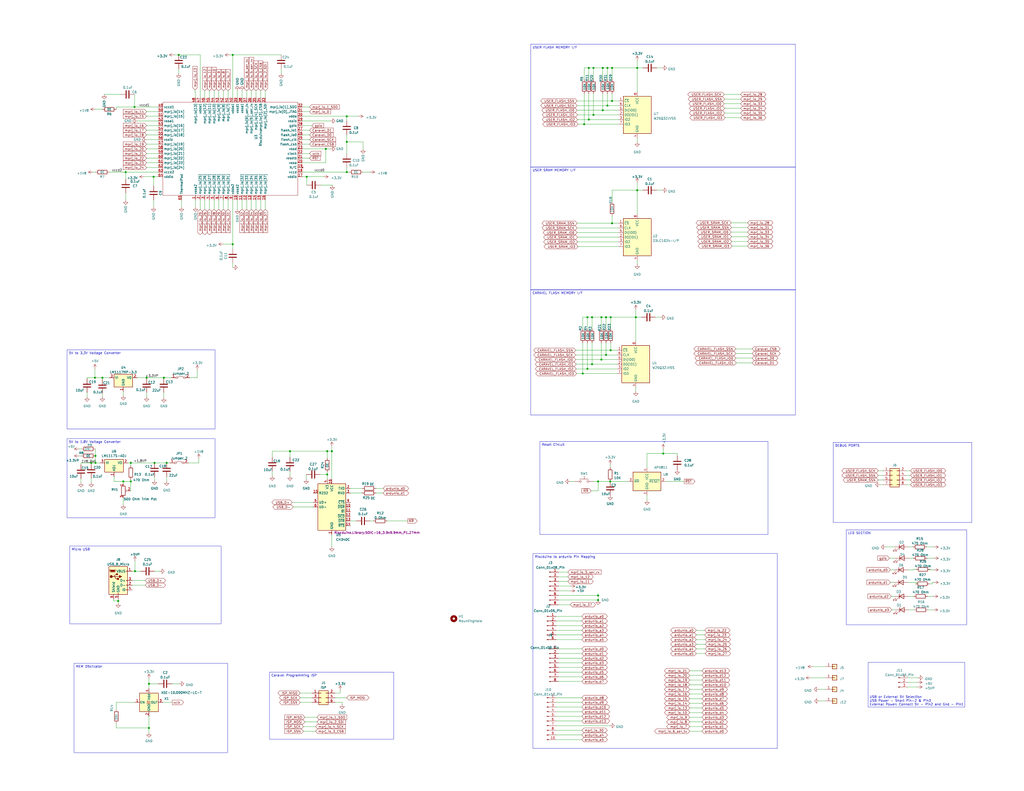
<source format=kicad_sch>
(kicad_sch (version 20230121) (generator eeschema)
  (paper "C")
  (title_block (date "2023-07-21") (rev "1.0.2"))
  (junction (at 347.726 37.084))
  (junction (at 332.994 262.89))
  (junction (at 81.28 373.38))
  (junction (at 71.374 262.89))
  (junction (at 178.562 259.08))
  (junction (at 334.01 55.118))
  (junction (at 328.93 37.084))
  (junction (at 361.95 247.65))
  (junction (at 80.01 206.248))
  (junction (at 67.31 262.89))
  (junction (at 321.31 37.084))
  (junction (at 73.66 311.912))
  (junction (at 323.088 173.228))
  (junction (at 189.23 93.98))
  (junction (at 323.85 37.084))
  (junction (at 331.47 57.658))
  (junction (at 84.328 252.73))
  (junction (at 68.58 93.98))
  (junction (at 323.85 62.738))
  (junction (at 320.548 201.422))
  (junction (at 326.39 327.66))
  (junction (at 189.23 77.47))
  (junction (at 334.01 121.92))
  (junction (at 330.708 193.802))
  (junction (at 73.406 58.42))
  (junction (at 331.47 37.084))
  (junction (at 127 133.35))
  (junction (at 323.088 198.882))
  (junction (at 97.536 29.972))
  (junction (at 71.374 252.73))
  (junction (at 326.39 325.12))
  (junction (at 318.77 67.818))
  (junction (at 89.408 206.248))
  (junction (at 333.248 173.228))
  (junction (at 189.23 63.5))
  (junction (at 52.07 252.73))
  (junction (at 333.248 191.262))
  (junction (at 83.82 96.52))
  (junction (at 177.8 81.28))
  (junction (at 318.008 203.962))
  (junction (at 328.93 60.198))
  (junction (at 328.168 196.342))
  (junction (at 326.39 262.89))
  (junction (at 330.708 173.228))
  (junction (at 181.102 246.38))
  (junction (at 49.784 252.73))
  (junction (at 90.932 252.73))
  (junction (at 167.386 96.52))
  (junction (at 334.01 37.084))
  (junction (at 328.168 173.228))
  (junction (at 158.242 246.38))
  (junction (at 81.28 397.51))
  (junction (at 64.516 328.168))
  (junction (at 347.726 103.886))
  (junction (at 127 29.972))
  (junction (at 51.816 206.248))
  (junction (at 178.562 246.38))
  (junction (at 52.07 248.92))
  (junction (at 321.31 65.278))
  (junction (at 346.964 173.228))
  (junction (at 320.548 173.228))
  (junction (at 55.88 206.248))
  (wire (pts (xy 334.01 55.118) (xy 337.566 55.118)))
  (wire (pts (xy 44.196 261.366) (xy 44.196 263.398)))
  (wire (pts (xy 106.426 50.292) (xy 106.426 49.022)))
  (wire (pts (xy 181.102 292.1) (xy 181.102 298.45)))
  (wire (pts (xy 376.428 381.508) (xy 383.032 381.508)))
  (wire (pts (xy 47.498 206.248) (xy 51.816 206.248)))
  (wire (pts (xy 330.708 173.228) (xy 333.248 173.228)))
  (wire (pts (xy 144.78 49.53) (xy 144.78 53.34)))
  (wire (pts (xy 500.38 318.008) (xy 495.554 318.008)))
  (wire (pts (xy 80.01 76.2) (xy 86.36 76.2)))
  (wire (pts (xy 376.428 386.588) (xy 383.032 386.588)))
  (wire (pts (xy 97.536 29.972) (xy 94.996 29.972)))
  (wire (pts (xy 44.196 252.73) (xy 49.784 252.73)))
  (wire (pts (xy 71.374 252.73) (xy 71.374 254.254)))
  (wire (pts (xy 303.53 344.17) (xy 317.5 344.17)))
  (wire (pts (xy 89.408 214.376) (xy 89.408 217.17)))
  (wire (pts (xy 178.562 246.38) (xy 181.102 246.38)))
  (wire (pts (xy 328.93 37.084) (xy 331.47 37.084)))
  (wire (pts (xy 304.8 320.04) (xy 311.15 320.04)))
  (wire (pts (xy 508.762 318.77) (xy 508.762 318.008)))
  (wire (pts (xy 81.28 391.16) (xy 81.28 397.51)))
  (wire (pts (xy 494.538 264.668) (xy 496.824 264.668)))
  (wire (pts (xy 303.53 393.7) (xy 317.5 393.7)))
  (wire (pts (xy 74.93 66.04) (xy 86.36 66.04)))
  (wire (pts (xy 167.132 259.08) (xy 167.132 261.62)))
  (wire (pts (xy 330.708 193.802) (xy 336.804 193.802)))
  (wire (pts (xy 495.3 375.158) (xy 500.634 375.158)))
  (wire (pts (xy 109.22 53.34) (xy 109.22 29.972)))
  (wire (pts (xy 97.536 40.132) (xy 97.536 37.592)))
  (wire (pts (xy 479.298 259.588) (xy 481.838 259.588)))
  (wire (pts (xy 498.602 310.896) (xy 498.602 311.15)))
  (wire (pts (xy 81.28 397.51) (xy 81.28 400.05)))
  (wire (pts (xy 331.47 57.658) (xy 337.566 57.658)))
  (wire (pts (xy 114.3 109.22) (xy 114.3 114.3)))
  (wire (pts (xy 496.062 332.994) (xy 498.856 332.994)))
  (wire (pts (xy 80.01 71.12) (xy 86.36 71.12)))
  (wire (pts (xy 500.38 318.77) (xy 500.38 318.008)))
  (wire (pts (xy 61.976 328.168) (xy 64.516 328.168)))
  (wire (pts (xy 116.84 109.22) (xy 116.84 114.3)))
  (wire (pts (xy 181.102 243.84) (xy 181.102 246.38)))
  (wire (pts (xy 198.12 81.28) (xy 198.12 77.47)))
  (wire (pts (xy 304.8 312.42) (xy 309.88 312.42)))
  (wire (pts (xy 165.1 58.42) (xy 168.91 58.42)))
  (wire (pts (xy 303.53 383.54) (xy 317.5 383.54)))
  (wire (pts (xy 83.82 109.22) (xy 83.82 113.03)))
  (wire (pts (xy 304.8 372.11) (xy 317.5 372.11)))
  (wire (pts (xy 347.726 103.886) (xy 350.774 103.886)))
  (wire (pts (xy 64.516 328.168) (xy 64.516 329.184)))
  (wire (pts (xy 303.53 341.63) (xy 317.5 341.63)))
  (wire (pts (xy 314.452 198.882) (xy 323.088 198.882)))
  (wire (pts (xy 323.85 262.89) (xy 326.39 262.89)))
  (wire (pts (xy 304.8 354.33) (xy 317.5 354.33)))
  (wire (pts (xy 333.248 187.198) (xy 333.248 191.262)))
  (wire (pts (xy 303.53 388.62) (xy 317.5 388.62)))
  (wire (pts (xy 401.828 198.12) (xy 410.464 198.12)))
  (wire (pts (xy 63.5 397.51) (xy 63.5 394.97)))
  (wire (pts (xy 303.53 398.78) (xy 317.5 398.78)))
  (wire (pts (xy 507.492 310.896) (xy 506.984 310.896)))
  (wire (pts (xy 321.31 43.434) (xy 321.31 37.084)))
  (wire (pts (xy 395.478 61.722) (xy 404.114 61.722)))
  (wire (pts (xy 63.5 59.69) (xy 63.5 58.42)))
  (wire (pts (xy 81.28 397.51) (xy 63.5 397.51)))
  (wire (pts (xy 51.816 206.248) (xy 55.88 206.248)))
  (wire (pts (xy 182.88 383.54) (xy 186.69 383.54)))
  (wire (pts (xy 376.428 373.888) (xy 383.032 373.888)))
  (wire (pts (xy 211.328 284.48) (xy 222.504 284.48)))
  (wire (pts (xy 376.428 399.288) (xy 383.032 399.288)))
  (wire (pts (xy 320.548 201.422) (xy 336.804 201.422)))
  (wire (pts (xy 129.54 109.22) (xy 129.54 114.3)))
  (wire (pts (xy 304.8 356.87) (xy 317.5 356.87)))
  (wire (pts (xy 73.66 311.912) (xy 76.708 311.912)))
  (wire (pts (xy 47.498 214.376) (xy 47.498 216.662)))
  (wire (pts (xy 68.58 93.98) (xy 68.58 97.79)))
  (wire (pts (xy 62.23 262.89) (xy 67.31 262.89)))
  (wire (pts (xy 97.79 373.38) (xy 93.98 373.38)))
  (wire (pts (xy 165.1 88.9) (xy 177.8 88.9)))
  (wire (pts (xy 205.232 266.7) (xy 209.042 266.7)))
  (wire (pts (xy 303.53 403.86) (xy 317.5 403.86)))
  (wire (pts (xy 399.034 121.666) (xy 407.924 121.666)))
  (wire (pts (xy 71.374 262.89) (xy 71.374 267.97)))
  (wire (pts (xy 80.01 63.5) (xy 86.36 63.5)))
  (wire (pts (xy 446.786 376.428) (xy 450.342 376.428)))
  (wire (pts (xy 73.66 311.912) (xy 72.136 311.912)))
  (wire (pts (xy 148.59 257.302) (xy 148.59 259.842)))
  (wire (pts (xy 399.288 129.286) (xy 407.924 129.286)))
  (wire (pts (xy 43.18 245.11) (xy 44.45 245.11)))
  (wire (pts (xy 399.288 124.206) (xy 407.924 124.206)))
  (wire (pts (xy 165.608 396.748) (xy 172.212 396.748)))
  (wire (pts (xy 165.1 76.2) (xy 168.91 76.2)))
  (wire (pts (xy 395.224 56.642) (xy 404.114 56.642)))
  (wire (pts (xy 315.214 62.738) (xy 323.85 62.738)))
  (wire (pts (xy 395.478 59.182) (xy 404.114 59.182)))
  (wire (pts (xy 99.06 109.22) (xy 99.06 113.03)))
  (wire (pts (xy 443.484 363.982) (xy 450.342 363.982)))
  (wire (pts (xy 182.88 378.46) (xy 185.674 378.46)))
  (wire (pts (xy 64.516 327.152) (xy 64.516 328.168)))
  (wire (pts (xy 84.328 252.73) (xy 90.932 252.73)))
  (wire (pts (xy 347.726 75.438) (xy 347.726 77.47)))
  (wire (pts (xy 51.816 201.422) (xy 51.816 206.248)))
  (wire (pts (xy 315.214 132.08) (xy 337.566 132.08)))
  (wire (pts (xy 323.088 187.198) (xy 323.088 198.882)))
  (wire (pts (xy 353.06 247.65) (xy 361.95 247.65)))
  (wire (pts (xy 106.68 50.292) (xy 106.68 53.34)))
  (wire (pts (xy 328.168 179.578) (xy 328.168 173.228)))
  (wire (pts (xy 334.01 103.886) (xy 334.01 110.236)))
  (wire (pts (xy 486.41 325.628) (xy 488.188 325.628)))
  (wire (pts (xy 49.784 252.73) (xy 52.07 252.73)))
  (wire (pts (xy 303.53 349.25) (xy 317.5 349.25)))
  (wire (pts (xy 165.1 83.82) (xy 168.91 83.82)))
  (wire (pts (xy 71.374 261.874) (xy 71.374 262.89)))
  (wire (pts (xy 181.356 101.092) (xy 175.006 101.092)))
  (wire (pts (xy 346.964 169.164) (xy 346.964 173.228)))
  (wire (pts (xy 495.3 370.078) (xy 500.888 370.078)))
  (wire (pts (xy 323.85 37.084) (xy 323.85 43.434)))
  (wire (pts (xy 71.374 267.97) (xy 71.12 267.97)))
  (wire (pts (xy 353.06 270.51) (xy 353.06 273.05)))
  (wire (pts (xy 127 29.972) (xy 153.416 29.972)))
  (wire (pts (xy 129.54 49.53) (xy 129.54 53.34)))
  (wire (pts (xy 189.23 77.47) (xy 189.23 83.82)))
  (wire (pts (xy 165.1 63.5) (xy 189.23 63.5)))
  (wire (pts (xy 318.008 203.962) (xy 336.804 203.962)))
  (wire (pts (xy 163.83 383.54) (xy 170.18 383.54)))
  (wire (pts (xy 314.96 57.658) (xy 331.47 57.658)))
  (wire (pts (xy 67.31 213.868) (xy 67.31 215.9)))
  (wire (pts (xy 167.386 96.52) (xy 165.1 96.52)))
  (wire (pts (xy 318.008 187.198) (xy 318.008 203.962)))
  (wire (pts (xy 314.198 193.802) (xy 330.708 193.802)))
  (wire (pts (xy 127 143.51) (xy 127 146.05)))
  (wire (pts (xy 159.512 274.32) (xy 170.942 274.32)))
  (wire (pts (xy 139.7 49.53) (xy 139.7 53.34)))
  (wire (pts (xy 59.69 93.98) (xy 68.58 93.98)))
  (wire (pts (xy 304.8 330.2) (xy 311.15 330.2)))
  (wire (pts (xy 486.664 332.994) (xy 488.442 332.994)))
  (wire (pts (xy 395.732 64.262) (xy 404.114 64.262)))
  (wire (pts (xy 67.31 262.89) (xy 67.31 264.16)))
  (wire (pts (xy 318.77 37.084) (xy 321.31 37.084)))
  (wire (pts (xy 185.674 378.46) (xy 185.674 376.936)))
  (wire (pts (xy 379.984 349.25) (xy 384.81 349.25)))
  (wire (pts (xy 328.168 173.228) (xy 330.708 173.228)))
  (wire (pts (xy 191.262 284.48) (xy 194.31 284.48)))
  (wire (pts (xy 500.38 318.77) (xy 499.618 318.77)))
  (wire (pts (xy 84.328 311.912) (xy 87.122 311.912)))
  (wire (pts (xy 181.102 246.38) (xy 181.102 261.62)))
  (wire (pts (xy 174.752 259.08) (xy 178.562 259.08)))
  (wire (pts (xy 507.238 318.77) (xy 508.762 318.77)))
  (wire (pts (xy 401.574 190.5) (xy 410.464 190.5)))
  (wire (pts (xy 72.136 316.992) (xy 79.248 316.992)))
  (wire (pts (xy 506.476 332.994) (xy 509.27 332.994)))
  (wire (pts (xy 328.168 196.342) (xy 336.804 196.342)))
  (wire (pts (xy 189.23 73.66) (xy 189.23 77.47)))
  (wire (pts (xy 132.08 49.53) (xy 132.08 53.34)))
  (wire (pts (xy 304.8 327.66) (xy 326.39 327.66)))
  (wire (pts (xy 167.386 96.52) (xy 167.386 101.092)))
  (wire (pts (xy 55.88 206.248) (xy 59.69 206.248)))
  (wire (pts (xy 198.12 77.47) (xy 189.23 77.47)))
  (wire (pts (xy 318.008 173.228) (xy 318.008 179.578)))
  (wire (pts (xy 63.5 383.54) (xy 73.66 383.54)))
  (wire (pts (xy 178.562 246.38) (xy 178.562 250.19)))
  (wire (pts (xy 182.88 381) (xy 189.23 381)))
  (wire (pts (xy 498.602 310.896) (xy 499.872 310.896)))
  (wire (pts (xy 314.96 121.92) (xy 334.01 121.92)))
  (wire (pts (xy 376.428 396.748) (xy 383.032 396.748)))
  (wire (pts (xy 323.85 62.738) (xy 337.566 62.738)))
  (wire (pts (xy 134.62 109.22) (xy 134.62 114.3)))
  (wire (pts (xy 320.548 173.228) (xy 323.088 173.228)))
  (wire (pts (xy 328.93 60.198) (xy 337.566 60.198)))
  (wire (pts (xy 331.47 37.084) (xy 334.01 37.084)))
  (wire (pts (xy 160.02 276.86) (xy 170.942 276.86)))
  (wire (pts (xy 303.53 381) (xy 317.5 381)))
  (wire (pts (xy 205.232 269.24) (xy 209.042 269.24)))
  (wire (pts (xy 80.01 88.9) (xy 86.36 88.9)))
  (wire (pts (xy 109.22 109.22) (xy 109.22 114.3)))
  (wire (pts (xy 331.47 51.054) (xy 331.47 57.658)))
  (wire (pts (xy 494.538 259.588) (xy 496.824 259.588)))
  (wire (pts (xy 314.198 191.262) (xy 333.248 191.262)))
  (wire (pts (xy 495.3 372.618) (xy 500.634 372.618)))
  (wire (pts (xy 62.23 260.35) (xy 62.23 262.89)))
  (wire (pts (xy 201.93 284.48) (xy 203.708 284.48)))
  (wire (pts (xy 379.984 344.17) (xy 384.556 344.17)))
  (wire (pts (xy 52.07 59.69) (xy 55.88 59.69)))
  (wire (pts (xy 311.15 262.89) (xy 313.69 262.89)))
  (wire (pts (xy 84.328 260.35) (xy 84.328 262.128)))
  (wire (pts (xy 479.298 257.048) (xy 481.838 257.048)))
  (wire (pts (xy 318.008 173.228) (xy 320.548 173.228)))
  (wire (pts (xy 357.632 173.228) (xy 360.426 173.228)))
  (wire (pts (xy 379.984 354.33) (xy 384.81 354.33)))
  (wire (pts (xy 127 133.35) (xy 127 135.89)))
  (wire (pts (xy 80.01 78.74) (xy 86.36 78.74)))
  (wire (pts (xy 72.136 319.532) (xy 79.248 319.532)))
  (wire (pts (xy 506.984 310.896) (xy 506.984 311.15)))
  (wire (pts (xy 334.01 103.886) (xy 347.726 103.886)))
  (wire (pts (xy 186.69 383.54) (xy 186.69 384.556)))
  (wire (pts (xy 158.242 257.302) (xy 158.242 259.842)))
  (wire (pts (xy 447.04 382.778) (xy 450.342 382.778)))
  (wire (pts (xy 395.224 51.562) (xy 404.114 51.562)))
  (wire (pts (xy 379.984 351.79) (xy 384.81 351.79)))
  (wire (pts (xy 508.762 318.008) (xy 509.524 318.008)))
  (wire (pts (xy 189.23 93.98) (xy 190.5 93.98)))
  (wire (pts (xy 326.39 267.97) (xy 326.39 262.89)))
  (wire (pts (xy 315.468 134.62) (xy 337.566 134.62)))
  (wire (pts (xy 107.696 206.248) (xy 103.632 206.248)))
  (wire (pts (xy 166.37 394.208) (xy 172.974 394.208)))
  (wire (pts (xy 304.8 317.5) (xy 309.88 317.5)))
  (wire (pts (xy 320.548 179.578) (xy 320.548 173.228)))
  (wire (pts (xy 363.22 262.89) (xy 373.38 262.89)))
  (wire (pts (xy 328.93 51.054) (xy 328.93 60.198)))
  (wire (pts (xy 165.1 93.98) (xy 189.23 93.98)))
  (wire (pts (xy 68.58 93.98) (xy 86.36 93.98)))
  (wire (pts (xy 332.994 262.89) (xy 342.9 262.89)))
  (wire (pts (xy 116.84 49.53) (xy 116.84 53.34)))
  (wire (pts (xy 358.394 37.084) (xy 361.188 37.084)))
  (wire (pts (xy 166.37 391.668) (xy 172.974 391.668)))
  (wire (pts (xy 323.088 198.882) (xy 336.804 198.882)))
  (wire (pts (xy 124.46 49.53) (xy 124.46 53.34)))
  (wire (pts (xy 73.66 306.324) (xy 73.66 311.912)))
  (wire (pts (xy 346.964 211.582) (xy 346.964 213.614)))
  (wire (pts (xy 89.408 206.248) (xy 93.472 206.248)))
  (wire (pts (xy 114.3 49.53) (xy 114.3 53.34)))
  (wire (pts (xy 303.53 339.09) (xy 317.5 339.09)))
  (wire (pts (xy 347.726 142.24) (xy 347.726 144.272)))
  (wire (pts (xy 315.214 65.278) (xy 321.31 65.278)))
  (wire (pts (xy 353.06 255.27) (xy 353.06 247.65)))
  (wire (pts (xy 333.248 173.228) (xy 346.964 173.228)))
  (wire (pts (xy 106.68 109.22) (xy 106.68 113.03)))
  (wire (pts (xy 506.984 311.15) (xy 509.524 311.15)))
  (wire (pts (xy 81.28 373.38) (xy 81.28 375.92)))
  (wire (pts (xy 323.85 37.084) (xy 328.93 37.084)))
  (wire (pts (xy 347.726 33.02) (xy 347.726 37.084)))
  (wire (pts (xy 333.248 173.228) (xy 333.248 179.578)))
  (wire (pts (xy 334.01 117.856) (xy 334.01 121.92)))
  (wire (pts (xy 139.7 109.22) (xy 139.7 114.3)))
  (wire (pts (xy 165.1 71.12) (xy 168.91 71.12)))
  (wire (pts (xy 315.214 129.54) (xy 337.566 129.54)))
  (wire (pts (xy 56.896 51.562) (xy 65.786 51.562)))
  (wire (pts (xy 73.406 58.42) (xy 86.36 58.42)))
  (wire (pts (xy 376.428 394.208) (xy 383.032 394.208)))
  (wire (pts (xy 303.53 336.55) (xy 317.5 336.55)))
  (wire (pts (xy 326.39 327.66) (xy 326.39 325.12)))
  (wire (pts (xy 304.8 325.12) (xy 326.39 325.12)))
  (wire (pts (xy 326.39 325.12) (xy 326.39 324.993)))
  (wire (pts (xy 485.902 311.15) (xy 487.934 311.15)))
  (wire (pts (xy 111.76 49.53) (xy 111.76 53.34)))
  (wire (pts (xy 323.088 173.228) (xy 323.088 179.578)))
  (wire (pts (xy 314.198 196.342) (xy 328.168 196.342)))
  (wire (pts (xy 44.196 252.73) (xy 44.196 253.746)))
  (wire (pts (xy 165.1 68.58) (xy 170.18 68.58)))
  (wire (pts (xy 80.01 91.44) (xy 86.36 91.44)))
  (wire (pts (xy 148.59 249.682) (xy 148.59 246.38)))
  (wire (pts (xy 165.1 86.36) (xy 168.91 86.36)))
  (wire (pts (xy 318.77 37.084) (xy 318.77 43.434)))
  (wire (pts (xy 90.932 252.73) (xy 92.71 252.73)))
  (wire (pts (xy 80.01 214.376) (xy 80.01 216.662)))
  (wire (pts (xy 376.428 384.048) (xy 383.032 384.048)))
  (wire (pts (xy 399.542 134.366) (xy 407.924 134.366)))
  (wire (pts (xy 321.31 37.084) (xy 323.85 37.084)))
  (wire (pts (xy 320.548 187.198) (xy 320.548 201.422)))
  (wire (pts (xy 158.242 246.38) (xy 178.562 246.38)))
  (wire (pts (xy 496.062 304.8) (xy 498.348 304.8)))
  (wire (pts (xy 376.428 389.128) (xy 383.032 389.128)))
  (wire (pts (xy 55.88 214.884) (xy 55.88 216.662)))
  (wire (pts (xy 376.428 376.428) (xy 383.032 376.428)))
  (wire (pts (xy 399.034 126.746) (xy 407.924 126.746)))
  (wire (pts (xy 347.726 99.822) (xy 347.726 103.886)))
  (wire (pts (xy 165.1 66.04) (xy 180.34 66.04)))
  (wire (pts (xy 495.808 325.628) (xy 498.602 325.628)))
  (wire (pts (xy 347.726 37.084) (xy 350.774 37.084)))
  (wire (pts (xy 318.77 67.818) (xy 337.566 67.818)))
  (wire (pts (xy 304.8 314.96) (xy 309.88 314.96)))
  (wire (pts (xy 498.602 311.15) (xy 495.554 311.15)))
  (wire (pts (xy 107.696 201.93) (xy 107.696 206.248)))
  (wire (pts (xy 494.538 262.128) (xy 496.824 262.128)))
  (wire (pts (xy 442.468 370.078) (xy 450.342 370.078)))
  (wire (pts (xy 108.458 250.444) (xy 108.458 252.73)))
  (wire (pts (xy 142.24 49.53) (xy 142.24 53.34)))
  (wire (pts (xy 137.16 109.22) (xy 137.16 114.3)))
  (wire (pts (xy 178.562 259.08) (xy 178.562 261.62)))
  (wire (pts (xy 303.53 346.71) (xy 317.5 346.71)))
  (wire (pts (xy 80.01 86.36) (xy 86.36 86.36)))
  (wire (pts (xy 52.07 252.73) (xy 54.61 252.73)))
  (wire (pts (xy 119.38 109.22) (xy 119.38 114.3)))
  (wire (pts (xy 106.68 50.292) (xy 106.426 50.292)))
  (wire (pts (xy 323.088 173.228) (xy 328.168 173.228)))
  (wire (pts (xy 328.93 43.434) (xy 328.93 37.084)))
  (wire (pts (xy 304.8 361.95) (xy 317.5 361.95)))
  (wire (pts (xy 304.8 359.41) (xy 317.5 359.41)))
  (wire (pts (xy 78.74 96.52) (xy 83.82 96.52)))
  (wire (pts (xy 125.476 29.972) (xy 127 29.972)))
  (wire (pts (xy 347.726 116.84) (xy 347.726 103.886)))
  (wire (pts (xy 165.608 399.288) (xy 172.212 399.288)))
  (wire (pts (xy 485.902 318.008) (xy 487.934 318.008)))
  (wire (pts (xy 127 109.22) (xy 127 133.35)))
  (wire (pts (xy 321.31 65.278) (xy 337.566 65.278)))
  (wire (pts (xy 314.96 60.198) (xy 328.93 60.198)))
  (wire (pts (xy 142.24 109.22) (xy 142.24 114.3)))
  (wire (pts (xy 485.394 304.8) (xy 488.442 304.8)))
  (wire (pts (xy 323.85 51.054) (xy 323.85 62.738)))
  (wire (pts (xy 80.01 73.66) (xy 86.36 73.66)))
  (wire (pts (xy 69.85 252.73) (xy 71.374 252.73)))
  (wire (pts (xy 52.07 248.92) (xy 52.07 252.73)))
  (wire (pts (xy 189.23 63.5) (xy 195.58 63.5)))
  (wire (pts (xy 121.92 49.53) (xy 121.92 53.34)))
  (wire (pts (xy 334.01 51.054) (xy 334.01 55.118)))
  (wire (pts (xy 505.714 298.704) (xy 509.524 298.704)))
  (wire (pts (xy 303.53 396.24) (xy 332.74 396.24)))
  (wire (pts (xy 177.8 88.9) (xy 177.8 81.28)))
  (wire (pts (xy 80.01 206.248) (xy 80.01 206.756)))
  (wire (pts (xy 83.82 96.52) (xy 86.36 96.52)))
  (wire (pts (xy 328.168 187.198) (xy 328.168 196.342)))
  (wire (pts (xy 111.76 109.22) (xy 111.76 114.3)))
  (wire (pts (xy 163.83 381) (xy 170.18 381)))
  (wire (pts (xy 191.262 269.24) (xy 197.612 269.24)))
  (wire (pts (xy 158.242 249.682) (xy 158.242 246.38)))
  (wire (pts (xy 90.932 260.35) (xy 90.932 262.636)))
  (wire (pts (xy 369.57 247.65) (xy 369.57 248.92)))
  (wire (pts (xy 331.47 37.084) (xy 331.47 43.434)))
  (wire (pts (xy 479.298 262.128) (xy 481.838 262.128)))
  (wire (pts (xy 395.478 54.102) (xy 404.114 54.102)))
  (wire (pts (xy 376.428 378.968) (xy 383.032 378.968)))
  (wire (pts (xy 163.83 378.46) (xy 170.18 378.46)))
  (wire (pts (xy 361.95 245.11) (xy 361.95 247.65)))
  (wire (pts (xy 67.31 271.78) (xy 67.31 275.59)))
  (wire (pts (xy 376.428 371.348) (xy 383.032 371.348)))
  (wire (pts (xy 63.5 58.42) (xy 73.406 58.42)))
  (wire (pts (xy 483.362 298.704) (xy 488.188 298.704)))
  (wire (pts (xy 108.458 252.73) (xy 102.87 252.73)))
  (wire (pts (xy 81.28 370.586) (xy 81.28 373.38)))
  (wire (pts (xy 322.58 267.97) (xy 326.39 267.97)))
  (wire (pts (xy 304.8 364.49) (xy 317.5 364.49)))
  (wire (pts (xy 148.59 246.38) (xy 158.242 246.38)))
  (wire (pts (xy 189.23 63.5) (xy 189.23 66.04)))
  (wire (pts (xy 304.8 369.57) (xy 317.5 369.57)))
  (wire (pts (xy 347.726 50.038) (xy 347.726 37.084)))
  (wire (pts (xy 330.708 173.228) (xy 330.708 179.578)))
  (wire (pts (xy 505.968 304.8) (xy 509.524 304.8)))
  (wire (pts (xy 376.428 391.668) (xy 383.032 391.668)))
  (wire (pts (xy 80.01 81.28) (xy 86.36 81.28)))
  (wire (pts (xy 303.53 386.08) (xy 317.5 386.08)))
  (wire (pts (xy 314.96 55.118) (xy 334.01 55.118)))
  (wire (pts (xy 89.408 206.248) (xy 89.408 206.756)))
  (wire (pts (xy 346.964 173.228) (xy 350.012 173.228)))
  (wire (pts (xy 134.62 49.53) (xy 134.62 53.34)))
  (wire (pts (xy 334.01 121.92) (xy 337.566 121.92)))
  (wire (pts (xy 401.574 193.04) (xy 410.464 193.04)))
  (wire (pts (xy 88.9 383.54) (xy 93.98 383.54)))
  (wire (pts (xy 304.8 367.03) (xy 317.5 367.03)))
  (wire (pts (xy 314.96 124.46) (xy 337.566 124.46)))
  (wire (pts (xy 376.428 366.268) (xy 383.032 366.268)))
  (wire (pts (xy 47.498 206.756) (xy 47.498 206.248)))
  (wire (pts (xy 81.28 373.38) (xy 86.36 373.38)))
  (wire (pts (xy 494.538 257.048) (xy 496.824 257.048)))
  (wire (pts (xy 326.39 262.89) (xy 332.994 262.89)))
  (wire (pts (xy 178.562 257.81) (xy 178.562 259.08)))
  (wire (pts (xy 52.07 245.11) (xy 52.07 248.92)))
  (wire (pts (xy 333.248 191.262) (xy 336.804 191.262)))
  (wire (pts (xy 50.8 93.98) (xy 52.07 93.98)))
  (wire (pts (xy 304.8 322.58) (xy 311.15 322.58)))
  (wire (pts (xy 132.08 109.22) (xy 132.08 114.3)))
  (wire (pts (xy 330.708 187.198) (xy 330.708 193.802)))
  (wire (pts (xy 127 133.35) (xy 121.92 133.35)))
  (wire (pts (xy 63.5 383.54) (xy 63.5 387.35)))
  (wire (pts (xy 67.31 262.89) (xy 71.374 262.89)))
  (wire (pts (xy 321.31 51.054) (xy 321.31 65.278)))
  (wire (pts (xy 376.428 368.808) (xy 383.032 368.808)))
  (wire (pts (xy 137.16 49.53) (xy 137.16 53.34)))
  (wire (pts (xy 144.78 109.22) (xy 144.78 114.3)))
  (wire (pts (xy 361.95 247.65) (xy 369.57 247.65)))
  (wire (pts (xy 80.01 83.82) (xy 86.36 83.82)))
  (wire (pts (xy 124.46 109.22) (xy 124.46 114.3)))
  (wire (pts (xy 314.452 201.422) (xy 320.548 201.422)))
  (wire (pts (xy 303.53 391.16) (xy 317.5 391.16)))
  (wire (pts (xy 74.93 206.248) (xy 80.01 206.248)))
  (wire (pts (xy 399.288 131.826) (xy 407.924 131.826)))
  (wire (pts (xy 165.1 78.74) (xy 168.91 78.74)))
  (wire (pts (xy 198.12 93.98) (xy 201.93 93.98)))
  (wire (pts (xy 334.01 37.084) (xy 334.01 43.434)))
  (wire (pts (xy 153.416 40.132) (xy 153.416 37.592)))
  (wire (pts (xy 127 29.972) (xy 127 53.34)))
  (wire (pts (xy 165.1 60.96) (xy 168.91 60.96)))
  (wire (pts (xy 165.1 73.66) (xy 168.91 73.66)))
  (wire (pts (xy 318.77 51.054) (xy 318.77 67.818)))
  (wire (pts (xy 480.314 264.668) (xy 481.838 264.668)))
  (wire (pts (xy 73.406 51.562) (xy 73.406 58.42)))
  (wire (pts (xy 83.82 96.52) (xy 83.82 101.6)))
  (wire (pts (xy 315.468 67.818) (xy 318.77 67.818)))
  (wire (pts (xy 379.984 356.87) (xy 384.81 356.87)))
  (wire (pts (xy 80.01 206.248) (xy 89.408 206.248)))
  (wire (pts (xy 334.01 37.084) (xy 347.726 37.084)))
  (wire (pts (xy 167.386 96.52) (xy 176.53 96.52)))
  (wire (pts (xy 314.706 203.962) (xy 318.008 203.962)))
  (wire (pts (xy 379.984 346.71) (xy 384.556 346.71)))
  (wire (pts (xy 61.976 327.152) (xy 61.976 328.168)))
  (wire (pts (xy 314.96 127) (xy 337.566 127)))
  (wire (pts (xy 191.262 266.7) (xy 197.612 266.7)))
  (wire (pts (xy 495.808 298.704) (xy 498.094 298.704)))
  (wire (pts (xy 332.994 253.746) (xy 332.994 255.27)))
  (wire (pts (xy 49.784 261.112) (xy 49.784 263.398)))
  (wire (pts (xy 43.18 248.92) (xy 44.45 248.92)))
  (wire (pts (xy 346.964 186.182) (xy 346.964 173.228)))
  (wire (pts (xy 506.222 325.628) (xy 509.27 325.628)))
  (wire (pts (xy 401.574 195.58) (xy 410.464 195.58)))
  (wire (pts (xy 119.38 49.53) (xy 119.38 53.34)))
  (wire (pts (xy 71.374 252.73) (xy 84.328 252.73)))
  (wire (pts (xy 109.22 29.972) (xy 97.536 29.972)))
  (wire (pts (xy 49.784 253.492) (xy 49.784 252.73)))
  (wire (pts (xy 80.01 68.58) (xy 86.36 68.58)))
  (wire (pts (xy 303.53 401.32) (xy 317.5 401.32)))
  (wire (pts (xy 189.23 91.44) (xy 189.23 93.98)))
  (wire (pts (xy 68.58 105.41) (xy 68.58 109.22)))
  (wire (pts (xy 80.01 60.96) (xy 86.36 60.96)))
  (wire (pts (xy 121.92 109.22) (xy 121.92 114.3)))
  (wire (pts (xy 165.1 81.28) (xy 177.8 81.28)))
  (wire (pts (xy 177.8 81.28) (xy 180.34 81.28)))
  (wire (pts (xy 55.88 207.264) (xy 55.88 206.248)))
  (wire (pts (xy 358.394 103.886) (xy 361.188 103.886)))
  (rectangle (start 473.71 361.696) (end 526.542 386.08))
  (text_box "MEM OScillator" (at 40.386 362.204 0) (size 83.82 48.768) (effects (font (size 1.27 1.27)) (justify left top)))
  (text_box "5V to 3.3V Voltage Converter" (at 36.576 191.008 0) (size 80.772 43.18) (effects (font (size 1.27 1.27)) (justify left top)))
  (text_box "LED SECTION" (at 461.772 289.306 0) (size 65.786 51.816) (effects (font (size 1.27 1.27)) (justify left top)))
  (text_box "Riscduino to ardunio Pin Mapping" (at 290.83 302.26 0) (size 133.35 106.426) (effects (font (size 1.27 1.27)) (justify left top)))
  (text_box "Micro USB" (at 38.1 298.196 0) (size 82.55 42.418) (effects (font (size 1.27 1.27)) (justify left top)))
  (text_box "USER SRAM MEMORY I/F" (at 289.56 91.186 0) (size 144.526 67.056) (effects (font (size 1.27 1.27)) (justify left top)))
  (text_box "DEBUG PORTS" (at 454.66 241.554 0) (size 75.692 43.688) (effects (font (size 1.27 1.27)) (justify left top)))
  (text_box "Caravel Programming ISP" (at 147.066 367.03 0) (size 67.818 36.576) (effects (font (size 1.27 1.27)) (justify left top)))
  (text_box "USER FLASH MEMORY I/F" (at 289.56 24.13 0) (size 144.526 67.056) (effects (font (size 1.27 1.27)) (justify left top)))
  (text_box "5V to 1.8V Voltage Converter" (at 36.576 239.522 0) (size 80.772 43.18) (effects (font (size 1.27 1.27)) (justify left top)))
  (text_box "Reset Circuit" (at 294.64 241.046 0) (size 124.46 50.8) (effects (font (size 1.27 1.27)) (justify left top)))
  (text_box "CARAVEL FLASH MEMORY I/F" (at 289.56 158.242 0) (size 144.526 68.326) (effects (font (size 1.27 1.27)) (justify left top)))
  (text "USB or External 5V Selection\nUSB Power - Short Pin-2 & Pin3\nExternal Power: Connect 5V - Pin2 and Gnd - Pin1" (at 474.472 385.572 0) (effects (font (size 1.27 1.27)) (justify left bottom)))
  (label "vccd0" (at 171.45 93.98 0))
  (label "1V8_Ref" (at 44.45 252.984 0))
  (label "vccd1" (at 75.946 58.42 0))
  (label "+1.8VP" (at 72.898 252.73 0))
  (label "vccd2" (at 60.96 93.98 0))
  (label "+3.3VP" (at 79.248 206.248 0))
  (global_label "USER_FLASH_SCK" (shape bidirectional) (at 395.224 51.562 180) (property "Intersheetrefs" "${INTERSHEET_REFS}" (effects hide)))
  (global_label "ardunio_d1" (shape input) (at 485.902 318.008 180) (property "Intersheetrefs" "${INTERSHEET_REFS}" (effects hide)))
  (global_label "mprj_io_12" (shape input) (at 111.76 49.53 90) (property "Intersheetrefs" "${INTERSHEET_REFS}" (effects hide)))
  (global_label "USER_FLASH_SSN" (shape bidirectional) (at 314.96 55.118 180) (property "Intersheetrefs" "${INTERSHEET_REFS}" (effects hide)))
  (global_label "mprj_io_25" (shape bidirectional) (at 109.22 114.3 270) (property "Intersheetrefs" "${INTERSHEET_REFS}" (effects hide)))
  (global_label "ardunio_d4" (shape bidirectional) (at 317.5 364.49 0) (property "Intersheetrefs" "${INTERSHEET_REFS}" (effects hide)))
  (global_label "ardunio_d6" (shape bidirectional) (at 383.032 384.048 0) (property "Intersheetrefs" "${INTERSHEET_REFS}" (effects hide)))
  (global_label "mprj_io_24" (shape bidirectional) (at 384.81 349.25 0) (property "Intersheetrefs" "${INTERSHEET_REFS}" (effects hide)))
  (global_label "ISP_MISO" (shape bidirectional) (at 163.83 378.46 180) (property "Intersheetrefs" "${INTERSHEET_REFS}" (effects hide)))
  (global_label "ardunio_d1" (shape bidirectional) (at 383.032 396.748 0) (property "Intersheetrefs" "${INTERSHEET_REFS}" (effects hide)))
  (global_label "USER_FLASH_SCK" (shape bidirectional) (at 479.298 257.048 180) (property "Intersheetrefs" "${INTERSHEET_REFS}" (effects hide)))
  (global_label "mprj_io_28" (shape input) (at 116.84 114.3 270) (property "Intersheetrefs" "${INTERSHEET_REFS}" (effects hide)))
  (global_label "mprj_io_31" (shape input) (at 124.46 114.3 270) (property "Intersheetrefs" "${INTERSHEET_REFS}" (effects hide)))
  (global_label "mprj_io_15" (shape input) (at 80.01 63.5 180) (property "Intersheetrefs" "${INTERSHEET_REFS}" (effects hide)))
  (global_label "mprj_io_16" (shape bidirectional) (at 376.428 378.968 180) (property "Intersheetrefs" "${INTERSHEET_REFS}" (effects hide)))
  (global_label "ardunio_a1" (shape bidirectional) (at 379.984 346.71 180) (property "Intersheetrefs" "${INTERSHEET_REFS}" (effects hide)))
  (global_label "USB_D-" (shape bidirectional) (at 79.248 319.532 0) (property "Intersheetrefs" "${INTERSHEET_REFS}" (effects hide)))
  (global_label "mprj_io_22" (shape bidirectional) (at 384.556 344.17 0) (property "Intersheetrefs" "${INTERSHEET_REFS}" (effects hide)))
  (global_label "ISP_SCK" (shape bidirectional) (at 163.83 381 180) (property "Intersheetrefs" "${INTERSHEET_REFS}" (effects hide)))
  (global_label "ardunio_d1" (shape bidirectional) (at 209.042 269.24 0) (property "Intersheetrefs" "${INTERSHEET_REFS}" (effects hide)))
  (global_label "USER_FLASH_SSN" (shape bidirectional) (at 395.478 54.102 180) (property "Intersheetrefs" "${INTERSHEET_REFS}" (effects hide)))
  (global_label "ardunio_a3" (shape bidirectional) (at 379.984 351.79 180) (property "Intersheetrefs" "${INTERSHEET_REFS}" (effects hide)))
  (global_label "mprj_io_6_ser_tx" (shape bidirectional) (at 376.428 399.288 180) (property "Intersheetrefs" "${INTERSHEET_REFS}" (effects hide)))
  (global_label "mprj_io_7" (shape bidirectional) (at 376.428 396.748 180) (property "Intersheetrefs" "${INTERSHEET_REFS}" (effects hide)))
  (global_label "mprj_io_28" (shape bidirectional) (at 404.114 51.562 0) (property "Intersheetrefs" "${INTERSHEET_REFS}" (effects hide)))
  (global_label "mprj_io_5_ser_rx" (shape input) (at 309.88 312.42 0) (property "Intersheetrefs" "${INTERSHEET_REFS}" (effects hide)))
  (global_label "mprj_io_7" (shape input) (at 124.46 49.53 90) (property "Intersheetrefs" "${INTERSHEET_REFS}" (effects hide)))
  (global_label "mprj_io_8" (shape bidirectional) (at 376.428 394.208 180) (property "Intersheetrefs" "${INTERSHEET_REFS}" (effects hide)))
  (global_label "mprj_io_25" (shape bidirectional) (at 384.81 351.79 0) (property "Intersheetrefs" "${INTERSHEET_REFS}" (effects hide)))
  (global_label "ardunio_d2" (shape bidirectional) (at 317.5 359.41 0) (property "Intersheetrefs" "${INTERSHEET_REFS}" (effects hide)))
  (global_label "mprj_io_11" (shape input) (at 114.3 49.53 90) (property "Intersheetrefs" "${INTERSHEET_REFS}" (effects hide)))
  (global_label "ardunio_d11" (shape bidirectional) (at 383.032 371.348 0) (property "Intersheetrefs" "${INTERSHEET_REFS}" (effects hide)))
  (global_label "mprj_io_13" (shape input) (at 106.426 49.022 90) (property "Intersheetrefs" "${INTERSHEET_REFS}" (effects hide)))
  (global_label "ardunio_a5" (shape bidirectional) (at 379.984 356.87 180) (property "Intersheetrefs" "${INTERSHEET_REFS}" (effects hide)))
  (global_label "USER_FLASH_IO2" (shape bidirectional) (at 395.478 61.722 180) (property "Intersheetrefs" "${INTERSHEET_REFS}" (effects hide)))
  (global_label "mprj_io_34" (shape input) (at 137.16 114.3 270) (property "Intersheetrefs" "${INTERSHEET_REFS}" (effects hide)))
  (global_label "mprj_io_2_SDI" (shape input) (at 172.974 394.208 0) (property "Intersheetrefs" "${INTERSHEET_REFS}" (effects hide)))
  (global_label "USER_SRAM_SSN" (shape bidirectional) (at 399.288 124.206 180) (property "Intersheetrefs" "${INTERSHEET_REFS}" (effects hide)))
  (global_label "ISP_SCK" (shape input) (at 165.608 396.748 180) (property "Intersheetrefs" "${INTERSHEET_REFS}" (effects hide)))
  (global_label "mprj_io_6_ser_tx" (shape input) (at 134.62 49.53 90) (property "Intersheetrefs" "${INTERSHEET_REFS}" (effects hide)))
  (global_label "CARAVEL_FLASH_IO1" (shape bidirectional) (at 401.828 198.12 180) (property "Intersheetrefs" "${INTERSHEET_REFS}" (effects hide)))
  (global_label "Caravel_SCK" (shape input) (at 168.91 76.2 0) (property "Intersheetrefs" "${INTERSHEET_REFS}" (effects hide)))
  (global_label "mprj_io_29" (shape bidirectional) (at 404.114 54.102 0) (property "Intersheetrefs" "${INTERSHEET_REFS}" (effects hide)))
  (global_label "mprj_io_35" (shape bidirectional) (at 404.114 61.722 0) (property "Intersheetrefs" "${INTERSHEET_REFS}" (effects hide)))
  (global_label "USB_D+" (shape bidirectional) (at 79.248 316.992 0) (property "Intersheetrefs" "${INTERSHEET_REFS}" (effects hide)))
  (global_label "USER_FLASH_IO1" (shape bidirectional) (at 395.478 59.182 180) (property "Intersheetrefs" "${INTERSHEET_REFS}" (effects hide)))
  (global_label "USER_SRAM_IO0" (shape bidirectional) (at 399.034 126.746 180) (property "Intersheetrefs" "${INTERSHEET_REFS}" (effects hide)))
  (global_label "USB_D+" (shape bidirectional) (at 159.512 274.32 180) (property "Intersheetrefs" "${INTERSHEET_REFS}" (effects hide)))
  (global_label "mprj_io_30" (shape bidirectional) (at 317.5 398.78 0) (property "Intersheetrefs" "${INTERSHEET_REFS}" (effects hide)))
  (global_label "USER_SRAM_IO1" (shape bidirectional) (at 315.214 129.54 180) (property "Intersheetrefs" "${INTERSHEET_REFS}" (effects hide)))
  (global_label "CARAVEL_FLASH_IO2" (shape bidirectional) (at 314.452 201.422 180) (property "Intersheetrefs" "${INTERSHEET_REFS}" (effects hide)))
  (global_label "ardunio_d9" (shape bidirectional) (at 383.032 376.428 0) (property "Intersheetrefs" "${INTERSHEET_REFS}" (effects hide)))
  (global_label "CARAVEL_FLASH_SCK" (shape bidirectional) (at 401.574 193.04 180) (property "Intersheetrefs" "${INTERSHEET_REFS}" (effects hide)))
  (global_label "gpio" (shape input) (at 170.18 68.58 0) (property "Intersheetrefs" "${INTERSHEET_REFS}" (effects hide)))
  (global_label "mprj_io_17" (shape bidirectional) (at 376.428 376.428 180) (property "Intersheetrefs" "${INTERSHEET_REFS}" (effects hide)))
  (global_label "mprj_io_12" (shape bidirectional) (at 309.88 314.96 0) (property "Intersheetrefs" "${INTERSHEET_REFS}" (effects hide)))
  (global_label "mprj_io_26" (shape bidirectional) (at 384.81 354.33 0) (property "Intersheetrefs" "${INTERSHEET_REFS}" (effects hide)))
  (global_label "ISP_SSN" (shape bidirectional) (at 163.83 383.54 180) (property "Intersheetrefs" "${INTERSHEET_REFS}" (effects hide)))
  (global_label "mprj_io_14" (shape bidirectional) (at 376.428 384.048 180) (property "Intersheetrefs" "${INTERSHEET_REFS}" (effects hide)))
  (global_label "mprj_io_21" (shape input) (at 80.01 83.82 180) (property "Intersheetrefs" "${INTERSHEET_REFS}" (effects hide)))
  (global_label "mprj_io_29" (shape input) (at 119.38 114.3 270) (property "Intersheetrefs" "${INTERSHEET_REFS}" (effects hide)))
  (global_label "USER_SRAM_SSN" (shape bidirectional) (at 314.96 121.92 180) (property "Intersheetrefs" "${INTERSHEET_REFS}" (effects hide)))
  (global_label "~{RST}" (shape input) (at 168.91 86.36 0) (property "Intersheetrefs" "${INTERSHEET_REFS}" (effects hide)))
  (global_label "ardunio_d7" (shape bidirectional) (at 383.032 381.508 0) (property "Intersheetrefs" "${INTERSHEET_REFS}" (effects hide)))
  (global_label "mprj_io_36" (shape bidirectional) (at 407.924 134.366 0) (property "Intersheetrefs" "${INTERSHEET_REFS}" (effects hide)))
  (global_label "mprj_io_4_SCK" (shape input) (at 172.212 396.748 0) (property "Intersheetrefs" "${INTERSHEET_REFS}" (effects hide)))
  (global_label "mprj_io_24" (shape input) (at 80.01 91.44 180) (property "Intersheetrefs" "${INTERSHEET_REFS}" (effects hide)))
  (global_label "ardunio_a4" (shape bidirectional) (at 379.984 354.33 180) (property "Intersheetrefs" "${INTERSHEET_REFS}" (effects hide)))
  (global_label "mprj_io_23" (shape input) (at 80.01 88.9 180) (property "Intersheetrefs" "${INTERSHEET_REFS}" (effects hide)))
  (global_label "mprj_io_5_ser_rx" (shape input) (at 137.16 49.53 90) (property "Intersheetrefs" "${INTERSHEET_REFS}" (effects hide)))
  (global_label "CARAVEL_FLASH_IO0" (shape bidirectional) (at 314.198 196.342 180) (property "Intersheetrefs" "${INTERSHEET_REFS}" (effects hide)))
  (global_label "ardunio_d8" (shape bidirectional) (at 317.5 381 0) (property "Intersheetrefs" "${INTERSHEET_REFS}" (effects hide)))
  (global_label "mprj_io_36" (shape input) (at 142.24 114.3 270) (property "Intersheetrefs" "${INTERSHEET_REFS}" (effects hide)))
  (global_label "USER_SRAM_IO2" (shape bidirectional) (at 399.288 131.826 180) (property "Intersheetrefs" "${INTERSHEET_REFS}" (effects hide)))
  (global_label "ardunio_d9" (shape bidirectional) (at 317.5 383.54 0) (property "Intersheetrefs" "${INTERSHEET_REFS}" (effects hide)))
  (global_label "USER_FLASH_IO2" (shape bidirectional) (at 496.824 262.128 0) (property "Intersheetrefs" "${INTERSHEET_REFS}" (effects hide)))
  (global_label "USER_FLASH_SSN" (shape bidirectional) (at 479.298 259.588 180) (property "Intersheetrefs" "${INTERSHEET_REFS}" (effects hide)))
  (global_label "mprj_io_33" (shape bidirectional) (at 407.924 126.746 0) (property "Intersheetrefs" "${INTERSHEET_REFS}" (effects hide)))
  (global_label "mprj_io_26" (shape bidirectional) (at 111.76 114.3 270) (property "Intersheetrefs" "${INTERSHEET_REFS}" (effects hide)))
  (global_label "USER_FLASH_IO2" (shape bidirectional) (at 315.214 65.278 180) (property "Intersheetrefs" "${INTERSHEET_REFS}" (effects hide)))
  (global_label "mprj_io_27" (shape bidirectional) (at 114.3 114.3 270) (property "Intersheetrefs" "${INTERSHEET_REFS}" (effects hide)))
  (global_label "ardunio_d0" (shape bidirectional) (at 317.5 354.33 0) (property "Intersheetrefs" "${INTERSHEET_REFS}" (effects hide)))
  (global_label "mprj_io_22" (shape input) (at 80.01 86.36 180) (property "Intersheetrefs" "${INTERSHEET_REFS}" (effects hide)))
  (global_label "ardunio_d11" (shape bidirectional) (at 317.5 388.62 0) (property "Intersheetrefs" "${INTERSHEET_REFS}" (effects hide)))
  (global_label "ardunio_d10" (shape bidirectional) (at 383.032 373.888 0) (property "Intersheetrefs" "${INTERSHEET_REFS}" (effects hide)))
  (global_label "ardunio_d10" (shape bidirectional) (at 317.5 386.08 0) (property "Intersheetrefs" "${INTERSHEET_REFS}" (effects hide)))
  (global_label "USER_FLASH_IO0" (shape bidirectional) (at 395.224 56.642 180) (property "Intersheetrefs" "${INTERSHEET_REFS}" (effects hide)))
  (global_label "ardunio_d3" (shape bidirectional) (at 383.032 391.668 0) (property "Intersheetrefs" "${INTERSHEET_REFS}" (effects hide)))
  (global_label "mprj_io_20" (shape bidirectional) (at 376.428 368.808 180) (property "Intersheetrefs" "${INTERSHEET_REFS}" (effects hide)))
  (global_label "mprj_io_37" (shape bidirectional) (at 311.15 330.2 0) (property "Intersheetrefs" "${INTERSHEET_REFS}" (effects hide)))
  (global_label "mprj_io_33" (shape bidirectional) (at 404.114 56.642 0) (property "Intersheetrefs" "${INTERSHEET_REFS}" (effects hide)))
  (global_label "ardunio_a2" (shape bidirectional) (at 317.5 341.63 0) (property "Intersheetrefs" "${INTERSHEET_REFS}" (effects hide)))
  (global_label "mprj_io_0" (shape input) (at 168.91 60.96 0) (property "Intersheetrefs" "${INTERSHEET_REFS}" (effects hide)))
  (global_label "mprj_io_10" (shape bidirectional) (at 376.428 389.128 180) (property "Intersheetrefs" "${INTERSHEET_REFS}" (effects hide)))
  (global_label "ardunio_d13" (shape bidirectional) (at 317.5 393.7 0) (property "Intersheetrefs" "${INTERSHEET_REFS}" (effects hide)))
  (global_label "mprj_io_36" (shape bidirectional) (at 404.114 64.262 0) (property "Intersheetrefs" "${INTERSHEET_REFS}" (effects hide)))
  (global_label "CARAVEL_FLASH_IO3" (shape bidirectional) (at 314.706 203.962 180) (property "Intersheetrefs" "${INTERSHEET_REFS}" (effects hide)))
  (global_label "mprj_io_1_SDO" (shape input) (at 168.91 58.42 0) (property "Intersheetrefs" "${INTERSHEET_REFS}" (effects hide)))
  (global_label "mprj_io_30" (shape input) (at 121.92 114.3 270) (property "Intersheetrefs" "${INTERSHEET_REFS}" (effects hide)))
  (global_label "mprj_io_37" (shape input) (at 144.78 114.3 270) (property "Intersheetrefs" "${INTERSHEET_REFS}" (effects hide)))
  (global_label "mprj_io_34" (shape bidirectional) (at 404.114 59.182 0) (property "Intersheetrefs" "${INTERSHEET_REFS}" (effects hide)))
  (global_label "mprj_io_19" (shape bidirectional) (at 376.428 371.348 180) (property "Intersheetrefs" "${INTERSHEET_REFS}" (effects hide)))
  (global_label "USB_D-" (shape bidirectional) (at 160.02 276.86 180) (property "Intersheetrefs" "${INTERSHEET_REFS}" (effects hide)))
  (global_label "USER_SRAM_IO0" (shape bidirectional) (at 314.96 127 180) (property "Intersheetrefs" "${INTERSHEET_REFS}" (effects hide)))
  (global_label "mprj_io_16" (shape input) (at 80.01 68.58 180) (property "Intersheetrefs" "${INTERSHEET_REFS}" (effects hide)))
  (global_label "USER_SRAM_IO3" (shape bidirectional) (at 399.542 134.366 180) (property "Intersheetrefs" "${INTERSHEET_REFS}" (effects hide)))
  (global_label "~{RST}" (shape output) (at 373.38 262.89 0) (property "Intersheetrefs" "${INTERSHEET_REFS}" (effects hide)))
  (global_label "ardunio_d1" (shape bidirectional) (at 317.5 356.87 0) (property "Intersheetrefs" "${INTERSHEET_REFS}" (effects hide)))
  (global_label "USER_SRAM_SSN" (shape bidirectional) (at 479.298 262.128 180) (property "Intersheetrefs" "${INTERSHEET_REFS}" (effects hide)))
  (global_label "USER_SRAM_IO1" (shape bidirectional) (at 399.288 129.286 180) (property "Intersheetrefs" "${INTERSHEET_REFS}" (effects hide)))
  (global_label "CARAVEL_FLASH_SSN" (shape bidirectional) (at 314.198 191.262 180) (property "Intersheetrefs" "${INTERSHEET_REFS}" (effects hide)))
  (global_label "ardunio_d2" (shape input) (at 486.41 325.628 180) (property "Intersheetrefs" "${INTERSHEET_REFS}" (effects hide)))
  (global_label "mprj_io_21" (shape bidirectional) (at 376.428 366.268 180) (property "Intersheetrefs" "${INTERSHEET_REFS}" (effects hide)))
  (global_label "mprj_io_28" (shape bidirectional) (at 407.924 121.666 0) (property "Intersheetrefs" "${INTERSHEET_REFS}" (effects hide)))
  (global_label "ardunio_a0" (shape bidirectional) (at 379.984 344.17 180) (property "Intersheetrefs" "${INTERSHEET_REFS}" (effects hide)))
  (global_label "mprj_io_13" (shape bidirectional) (at 376.428 386.588 180) (property "Intersheetrefs" "${INTERSHEET_REFS}" (effects hide)))
  (global_label "ISP_MISO" (shape input) (at 166.37 391.668 180) (property "Intersheetrefs" "${INTERSHEET_REFS}" (effects hide)))
  (global_label "gpio" (shape input) (at 485.394 304.8 180) (property "Intersheetrefs" "${INTERSHEET_REFS}" (effects hide)))
  (global_label "ardunio_d0" (shape input) (at 485.902 311.15 180) (property "Intersheetrefs" "${INTERSHEET_REFS}" (effects hide)))
  (global_label "mprj_io_34" (shape bidirectional) (at 407.924 129.286 0) (property "Intersheetrefs" "${INTERSHEET_REFS}" (effects hide)))
  (global_label "ardunio_d3" (shape input) (at 486.664 332.994 180) (property "Intersheetrefs" "${INTERSHEET_REFS}" (effects hide)))
  (global_label "mprj_io_14" (shape input) (at 80.01 60.96 180) (property "Intersheetrefs" "${INTERSHEET_REFS}" (effects hide)))
  (global_label "mprj_io_31" (shape bidirectional) (at 407.924 124.206 0) (property "Intersheetrefs" "${INTERSHEET_REFS}" (effects hide)))
  (global_label "USER_FLASH_IO1" (shape bidirectional) (at 315.214 62.738 180) (property "Intersheetrefs" "${INTERSHEET_REFS}" (effects hide)))
  (global_label "Caravel_D0" (shape bidirectional) (at 410.464 195.58 0) (property "Intersheetrefs" "${INTERSHEET_REFS}" (effects hide)))
  (global_label "ardunio_a1" (shape bidirectional) (at 317.5 339.09 0) (property "Intersheetrefs" "${INTERSHEET_REFS}" (effects hide)))
  (global_label "Caravel_CSB" (shape bidirectional) (at 410.464 190.5 0) (property "Intersheetrefs" "${INTERSHEET_REFS}" (effects hide)))
  (global_label "ardunio_d5" (shape bidirectional) (at 317.5 367.03 0) (property "Intersheetrefs" "${INTERSHEET_REFS}" (effects hide)))
  (global_label "CARAVEL_FLASH_SSN" (shape bidirectional) (at 401.574 190.5 180) (property "Intersheetrefs" "${INTERSHEET_REFS}" (effects hide)))
  (global_label "USER_SRAM_IO3" (shape bidirectional) (at 315.468 134.62 180) (property "Intersheetrefs" "${INTERSHEET_REFS}" (effects hide)))
  (global_label "ISP_MOSI" (shape bidirectional) (at 189.23 381 0) (property "Intersheetrefs" "${INTERSHEET_REFS}" (effects hide)))
  (global_label "mprj_io_35" (shape bidirectional) (at 407.924 131.826 0) (property "Intersheetrefs" "${INTERSHEET_REFS}" (effects hide)))
  (global_label "ardunio_a0" (shape bidirectional) (at 317.5 336.55 0) (property "Intersheetrefs" "${INTERSHEET_REFS}" (effects hide)))
  (global_label "ardunio_a2" (shape bidirectional) (at 379.984 349.25 180) (property "Intersheetrefs" "${INTERSHEET_REFS}" (effects hide)))
  (global_label "mprj_io_15" (shape bidirectional) (at 376.428 381.508 180) (property "Intersheetrefs" "${INTERSHEET_REFS}" (effects hide)))
  (global_label "USER_FLASH_IO3" (shape bidirectional) (at 395.732 64.262 180) (property "Intersheetrefs" "${INTERSHEET_REFS}" (effects hide)))
  (global_label "ardunio_a5" (shape bidirectional) (at 317.5 403.86 0) (property "Intersheetrefs" "${INTERSHEET_REFS}" (effects hide)))
  (global_label "ISP_MOSI" (shape input) (at 166.37 394.208 180) (property "Intersheetrefs" "${INTERSHEET_REFS}" (effects hide)))
  (global_label "Caravel_CSB" (shape input) (at 168.91 78.74 0) (property "Intersheetrefs" "${INTERSHEET_REFS}" (effects hide)))
  (global_label "ardunio_d8" (shape bidirectional) (at 383.032 378.968 0) (property "Intersheetrefs" "${INTERSHEET_REFS}" (effects hide)))
  (global_label "ardunio_d12" (shape bidirectional) (at 317.5 391.16 0) (property "Intersheetrefs" "${INTERSHEET_REFS}" (effects hide)))
  (global_label "USER_FLASH_IO0" (shape bidirectional) (at 314.96 60.198 180) (property "Intersheetrefs" "${INTERSHEET_REFS}" (effects hide)))
  (global_label "ISP_SSN" (shape input) (at 165.608 399.288 180) (property "Intersheetrefs" "${INTERSHEET_REFS}" (effects hide)))
  (global_label "mprj_io_33" (shape input) (at 134.62 114.3 270) (property "Intersheetrefs" "${INTERSHEET_REFS}" (effects hide)))
  (global_label "ardunio_d4" (shape bidirectional) (at 383.032 389.128 0) (property "Intersheetrefs" "${INTERSHEET_REFS}" (effects hide)))
  (global_label "ardunio_d7" (shape bidirectional) (at 317.5 372.11 0) (property "Intersheetrefs" "${INTERSHEET_REFS}" (effects hide)))
  (global_label "Caravel_D0" (shape input) (at 168.91 73.66 0) (property "Intersheetrefs" "${INTERSHEET_REFS}" (effects hide)))
  (global_label "mprj_io_32" (shape input) (at 132.08 114.3 270) (property "Intersheetrefs" "${INTERSHEET_REFS}" (effects hide)))
  (global_label "USER_FLASH_SCK" (shape bidirectional) (at 314.96 57.658 180) (property "Intersheetrefs" "${INTERSHEET_REFS}" (effects hide)))
  (global_label "Caravel_SCK" (shape bidirectional) (at 410.464 193.04 0) (property "Intersheetrefs" "${INTERSHEET_REFS}" (effects hide)))
  (global_label "mprj_io_27" (shape bidirectional) (at 384.81 356.87 0) (property "Intersheetrefs" "${INTERSHEET_REFS}" (effects hide)))
  (global_label "mprj_io_3_CSB" (shape input) (at 172.212 399.288 0) (property "Intersheetrefs" "${INTERSHEET_REFS}" (effects hide)))
  (global_label "USER_SRAM_IO2" (shape bidirectional) (at 315.214 132.08 180) (property "Intersheetrefs" "${INTERSHEET_REFS}" (effects hide)))
  (global_label "CARAVEL_FLASH_IO0" (shape bidirectional) (at 401.574 195.58 180) (property "Intersheetrefs" "${INTERSHEET_REFS}" (effects hide)))
  (global_label "ardunio_d0" (shape bidirectional) (at 383.032 399.288 0) (property "Intersheetrefs" "${INTERSHEET_REFS}" (effects hide)))
  (global_label "mprj_io_18" (shape input) (at 80.01 73.66 180) (property "Intersheetrefs" "${INTERSHEET_REFS}" (effects hide)))
  (global_label "ardunio_d5" (shape bidirectional) (at 383.032 386.588 0) (property "Intersheetrefs" "${INTERSHEET_REFS}" (effects hide)))
  (global_label "mprj_io_17" (shape input) (at 80.01 71.12 180) (property "Intersheetrefs" "${INTERSHEET_REFS}" (effects hide)))
  (global_label "ardunio_a5" (shape bidirectional) (at 317.5 349.25 0) (property "Intersheetrefs" "${INTERSHEET_REFS}" (effects hide)))
  (global_label "mprj_io_20" (shape input) (at 80.01 81.28 180) (property "Intersheetrefs" "${INTERSHEET_REFS}" (effects hide)))
  (global_label "ardunio_a4" (shape bidirectional) (at 317.5 346.71 0) (property "Intersheetrefs" "${INTERSHEET_REFS}" (effects hide)))
  (global_label "ardunio_d13" (shape bidirectional) (at 383.032 366.268 0) (property "Intersheetrefs" "${INTERSHEET_REFS}" (effects hide)))
  (global_label "USER_FLASH_IO3" (shape bidirectional) (at 315.468 67.818 180) (property "Intersheetrefs" "${INTERSHEET_REFS}" (effects hide)))
  (global_label "mprj_io_2_SDI" (shape input) (at 144.78 49.53 90) (property "Intersheetrefs" "${INTERSHEET_REFS}" (effects hide)))
  (global_label "USER_FLASH_IO0" (shape bidirectional) (at 496.824 257.048 0) (property "Intersheetrefs" "${INTERSHEET_REFS}" (effects hide)))
  (global_label "USER_FLASH_IO3" (shape bidirectional) (at 496.824 264.668 0) (property "Intersheetrefs" "${INTERSHEET_REFS}" (effects hide)))
  (global_label "mprj_io_19" (shape input) (at 80.01 78.74 180) (property "Intersheetrefs" "${INTERSHEET_REFS}" (effects hide)))
  (global_label "mprj_io_3_CSB" (shape input) (at 142.24 49.53 90) (property "Intersheetrefs" "${INTERSHEET_REFS}" (effects hide)))
  (global_label "mprj_io_9" (shape bidirectional) (at 376.428 391.668 180) (property "Intersheetrefs" "${INTERSHEET_REFS}" (effects hide)))
  (global_label "xclk" (shape output) (at 93.98 383.54 0) (property "Intersheetrefs" "${INTERSHEET_REFS}" (effects hide)))
  (global_label "ardunio_a4" (shape bidirectional) (at 317.5 401.32 0) (property "Intersheetrefs" "${INTERSHEET_REFS}" (effects hide)))
  (global_label "mprj_io_23" (shape bidirectional) (at 384.556 346.71 0) (property "Intersheetrefs" "${INTERSHEET_REFS}" (effects hide)))
  (global_label "ardunio_d0" (shape bidirectional) (at 209.042 266.7 0) (property "Intersheetrefs" "${INTERSHEET_REFS}" (effects hide)))
  (global_label "mprj_io_9" (shape input) (at 119.38 49.53 90) (property "Intersheetrefs" "${INTERSHEET_REFS}" (effects hide)))
  (global_label "xclk" (shape input) (at 168.91 83.82 0) (property "Intersheetrefs" "${INTERSHEET_REFS}" (effects hide)))
  (global_label "mprj_io_4_SCK" (shape input) (at 139.7 49.53 90) (property "Intersheetrefs" "${INTERSHEET_REFS}" (effects hide)))
  (global_label "ardunio_d2" (shape bidirectional) (at 383.032 394.208 0) (property "Intersheetrefs" "${INTERSHEET_REFS}" (effects hide)))
  (global_label "ardunio_d6" (shape bidirectional) (at 317.5 369.57 0) (property "Intersheetrefs" "${INTERSHEET_REFS}" (effects hide)))
  (global_label "CARAVEL_FLASH_SCK" (shape bidirectional) (at 314.198 193.802 180) (property "Intersheetrefs" "${INTERSHEET_REFS}" (effects hide)))
  (global_label "mprj_io_8" (shape input) (at 121.92 49.53 90) (property "Intersheetrefs" "${INTERSHEET_REFS}" (effects hide)))
  (global_label "~{MR}" (shape output) (at 222.504 284.48 0) (property "Intersheetrefs" "${INTERSHEET_REFS}" (effects hide)))
  (global_label "Caravel_D1" (shape bidirectional) (at 410.464 198.12 0) (property "Intersheetrefs" "${INTERSHEET_REFS}" (effects hide)))
  (global_label "USER_SRAM_SCK" (shape bidirectional) (at 314.96 124.46 180) (property "Intersheetrefs" "${INTERSHEET_REFS}" (effects hide)))
  (global_label "ardunio_d3" (shape bidirectional) (at 317.5 361.95 0) (property "Intersheetrefs" "${INTERSHEET_REFS}" (effects hide)))
  (global_label "ardunio_d12" (shape bidirectional) (at 383.032 368.808 0) (property "Intersheetrefs" "${INTERSHEET_REFS}" (effects hide)))
  (global_label "mprj_io_10" (shape input) (at 116.84 49.53 90) (property "Intersheetrefs" "${INTERSHEET_REFS}" (effects hide)))
  (global_label "mprj_io_35" (shape input) (at 139.7 114.3 270) (property "Intersheetrefs" "${INTERSHEET_REFS}" (effects hide)))
  (global_label "USER_FLASH_IO1" (shape bidirectional) (at 496.824 259.588 0) (property "Intersheetrefs" "${INTERSHEET_REFS}" (effects hide)))
  (global_label "ardunio_a3" (shape bidirectional) (at 317.5 344.17 0) (property "Intersheetrefs" "${INTERSHEET_REFS}" (effects hide)))
  (global_label "USER_SRAM_SCK" (shape bidirectional) (at 399.034 121.666 180) (property "Intersheetrefs" "${INTERSHEET_REFS}" (effects hide)))
  (global_label "mprj_io_18" (shape bidirectional) (at 376.428 373.888 180) (property "Intersheetrefs" "${INTERSHEET_REFS}" (effects hide)))
  (global_label "~{MR}" (shape input) (at 322.58 267.97 180) (property "Intersheetrefs" "${INTERSHEET_REFS}" (effects hide)))
  (global_label "CARAVEL_FLASH_IO1" (shape bidirectional) (at 314.452 198.882 180) (property "Intersheetrefs" "${INTERSHEET_REFS}" (effects hide)))
  (global_label "mprj_io_1_SDO" (shape input) (at 172.974 391.668 0) (property "Intersheetrefs" "${INTERSHEET_REFS}" (effects hide)))
  (global_label "Caravel_D1" (shape input) (at 168.91 71.12 0) (property "Intersheetrefs" "${INTERSHEET_REFS}" (effects hide)))
  (global_label "mprj_io_11" (shape bidirectional) (at 309.88 317.5 0) (property "Intersheetrefs" "${INTERSHEET_REFS}" (effects hide)))
  (symbol (lib_id "power:+3.3V") (at 346.964 169.164 0) (unit 1)
    (property "Reference" "#PWR062" (effects hide))
    (property "Value" "+3.3V" (at 346.964 165.1 0))
  )
  (symbol (lib_id "Device:R") (at 201.422 266.7 90) (unit 1)
    (property "Reference" "R19" (at 199.39 264.16 90))
    (property "Value" "0E" (at 202.946 264.414 90))
    (property "Footprint" "Riscduino:R_0603_1608Metric_Pad0.98x0.95mm_HandSolder" (effects hide))
  )
  (symbol (lib_id "Device:C") (at 354.584 37.084 90) (unit 1)
    (property "Reference" "C14" (at 354.584 30.988 90))
    (property "Value" "0.1uf" (at 354.584 33.528 90))
    (property "Footprint" "Riscduino.Library:C_0603_1608Metric_Pad1.08x0.95mm_HandSolder" (effects hide))
  )
  (symbol (lib_id "power:+5V") (at 500.634 372.618 270) (unit 1)
    (property "Reference" "#PWR059" (effects hide))
    (property "Value" "+5V" (at 504.698 373.253 90) (effects (justify left)))
  )
  (symbol (lib_id "power:GND") (at 181.356 101.092 0) (unit 1)
    (property "Reference" "#PWR051" (effects hide))
    (property "Value" "GND" (at 181.356 106.172 90))
  )
  (symbol (lib_id "power:+3.3V") (at 347.726 33.02 0) (unit 1)
    (property "Reference" "#PWR064" (effects hide))
    (property "Value" "+3.3V" (at 347.726 29.21 0))
  )
  (symbol (lib_id "power:GND") (at 99.06 113.03 0) (unit 1)
    (property "Reference" "#PWR032" (effects hide))
    (property "Value" "GND" (at 99.06 118.11 90))
  )
  (symbol (lib_id "Interface_USB:CH340C") (at 181.102 276.86 0) (unit 1)
    (property "Reference" "U5" (at 183.2961 292.1 0) (effects (justify left)))
    (property "Value" "CH340C" (at 183.2961 294.64 0) (effects (justify left)))
    (property "Footprint" "Riscduino.Library:SOIC-16_3.9x9.9mm_P1.27mm" (at 182.372 290.83 0) (effects (justify left)))
    (property "Datasheet" "https://datasheet.lcsc.com/szlcsc/Jiangsu-Qin-Heng-CH340C_C84681.pdf" (effects hide))
  )
  (symbol (lib_id "power:GND") (at 198.12 81.28 0) (unit 1)
    (property "Reference" "#PWR055" (effects hide))
    (property "Value" "GND" (at 198.12 86.36 90))
  )
  (symbol (lib_id "Device:R") (at 194.31 93.98 90) (unit 1)
    (property "Reference" "R10" (at 195.58 96.52 90) (effects (justify left)))
    (property "Value" "0E" (at 195.58 93.98 90) (effects (justify left)))
    (property "Footprint" "Riscduino.Library:R_0603_1608Metric_Pad0.98x0.95mm_HandSolder" (effects hide))
  )
  (symbol (lib_id "Connector:Conn_01x03_Pin") (at 490.22 372.618 0) (unit 1)
    (property "Reference" "J11" (at 490.855 366.014 0))
    (property "Value" "Conn_01x03_Pin" (at 490.855 368.554 0))
    (property "Footprint" "Riscduino.Library:PinHeader_1x03_P2.54mm_Vertical" (effects hide))
  )
  (symbol (lib_id "Connector:USB_B_Micro") (at 64.516 316.992 0) (unit 1)
    (property "Reference" "J8" (at 64.516 305.562 0))
    (property "Value" "USB_B_Micro" (at 64.516 308.102 0))
    (property "Footprint" "Riscduino.Library:USB_Micro-B_Molex-105017-0001" (effects hide))
    (property "Datasheet" "https://evelta.com/content/datasheets/345-U254-051T-4BH83-S1S.pdf" (effects hide))
  )
  (symbol (lib_id "power:GND") (at 56.896 51.562 0) (unit 1)
    (property "Reference" "#PWR010" (effects hide))
    (property "Value" "GND" (at 56.896 56.642 90))
  )
  (symbol (lib_id "Device:R") (at 501.904 298.704 90) (unit 1)
    (property "Reference" "R15" (at 501.904 294.132 90))
    (property "Value" "470 Ohm" (at 501.904 296.672 90))
    (property "Footprint" "Riscduino.Library:R_0603_1608Metric_Pad0.98x0.95mm_HandSolder" (effects hide))
  )
  (symbol (lib_id "Device:C") (at 198.12 284.48 90) (unit 1)
    (property "Reference" "C26" (at 198.12 278.13 90))
    (property "Value" "0.1uF" (at 198.12 280.67 90))
    (property "Footprint" "Riscduino.Library:C_0603_1608Metric_Pad1.08x0.95mm_HandSolder" (effects hide))
  )
  (symbol (lib_id "Connector:Conn_01x06_Pin") (at 298.45 341.63 0) (unit 1)
    (property "Reference" "J2" (at 299.085 330.9874 0))
    (property "Value" "Conn_01x06_Pin" (at 299.085 333.5274 0))
    (property "Footprint" "Riscduino.Library:PinHeader_1x06_P2.54mm_Vertical" (effects hide))
  )
  (symbol (lib_id "Library:Caravel") (at 129.54 80.01 90) (unit 1)
    (property "Reference" "U3" (at 139.7 76.2 0) (effects (justify left)))
    (property "Value" "Riscduino" (at 142.24 80.01 0) (effects (justify left)))
    (property "Footprint" "Riscduino.Library:RISCDUINO_QFN-64-1EP_9x9mm_P0.5mm_EP7.65x7.65mm_Ver1.1" (effects hide))
    (property "Datasheet" "https://github.com/efabless/caravel_board/blob/main/docs/caravel_qfn_bond.pdf" (effects hide))
    (property "Description" "Riscduino" (effects hide))
  )
  (symbol (lib_id "power:GND") (at 353.06 273.05 0) (unit 1)
    (property "Reference" "#PWR073" (effects hide))
    (property "Value" "GND" (at 353.06 278.13 0))
  )
  (symbol (lib_id "Device:LED") (at 491.744 318.008 0) (unit 1)
    (property "Reference" "D5" (at 493.776 315.214 0))
    (property "Value" "GREEN LED" (effects hide))
    (property "Footprint" "Riscduino.Library:LED_0805_2012Metric_Pad1.15x1.40mm_HandSolder" (effects hide))
  )
  (symbol (lib_id "power:GND") (at 311.15 262.89 270) (unit 1)
    (property "Reference" "#PWR057" (effects hide))
    (property "Value" "GND" (at 307.594 263.525 90) (effects (justify right)))
  )
  (symbol (lib_id "Jumper:Jumper_2_Bridged") (at 97.79 252.73 0) (unit 1)
    (property "Reference" "JP1" (at 97.79 247.65 0))
    (property "Value" "Jumper_2" (at 97.79 250.19 0))
    (property "Footprint" "Connector_PinHeader_2.54mm:PinHeader_1x02_P2.54mm_Vertical" (effects hide))
  )
  (symbol (lib_id "power:GND") (at 80.01 76.2 270) (unit 1)
    (property "Reference" "#PWR018" (effects hide))
    (property "Value" "GND" (at 74.93 76.2 90))
  )
  (symbol (lib_id "power:+1V8") (at 201.93 93.98 270) (unit 1)
    (property "Reference" "#PWR056" (effects hide))
    (property "Value" "+1V8" (at 205.994 94.615 90) (effects (justify left)))
  )
  (symbol (lib_id "Device:C") (at 80.01 210.566 0) (unit 1)
    (property "Reference" "C12" (at 80.772 208.788 0) (effects (justify left)))
    (property "Value" "0.1uF" (at 74.168 212.852 0) (effects (justify left)))
    (property "Footprint" "Riscduino.Library:C_0603_1608Metric_Pad1.08x0.95mm_HandSolder" (effects hide))
  )
  (symbol (lib_id "Jumper:Jumper_2_Bridged") (at 98.552 206.248 0) (unit 1)
    (property "Reference" "JP2" (at 98.552 201.422 0))
    (property "Value" "Jumper_2" (at 98.552 203.962 0))
    (property "Footprint" "Connector_PinHeader_2.54mm:PinHeader_1x02_P2.54mm_Vertical" (effects hide))
  )
  (symbol (lib_id "Device:C") (at 44.196 257.556 0) (unit 1)
    (property "Reference" "C15" (at 44.45 255.524 0) (effects (justify left)))
    (property "Value" "10uF" (at 37.846 260.096 0) (effects (justify left)))
    (property "Footprint" "Riscduino.Library:C_0805_2012Metric_Pad1.18x1.45mm_HandSolder" (effects hide))
  )
  (symbol (lib_id "power:GND") (at 74.93 66.04 270) (unit 1)
    (property "Reference" "#PWR016" (effects hide))
    (property "Value" "GND" (at 69.85 66.04 90))
  )
  (symbol (lib_id "Device:C") (at 49.784 257.302 0) (unit 1)
    (property "Reference" "C20" (at 51.054 255.27 0) (effects (justify left)))
    (property "Value" "0.1uF" (at 50.546 260.096 0) (effects (justify left)))
    (property "Footprint" "Riscduino.Library:C_0603_1608Metric_Pad1.08x0.95mm_HandSolder" (effects hide))
  )
  (symbol (lib_id "power:+3.3V") (at 442.468 370.078 90) (unit 1)
    (property "Reference" "#PWR074" (effects hide))
    (property "Value" "+3.3V" (at 439.166 370.713 90) (effects (justify left)))
  )
  (symbol (lib_id "power:GND") (at 80.01 216.662 0) (unit 1)
    (property "Reference" "#PWR019" (effects hide))
    (property "Value" "GND" (at 80.01 221.742 0))
  )
  (symbol (lib_id "power:GND") (at 347.726 77.47 0) (unit 1)
    (property "Reference" "#PWR065" (effects hide))
    (property "Value" "GND" (at 347.726 83.058 0))
  )
  (symbol (lib_id "power:+3.3V") (at 107.696 201.93 0) (unit 1)
    (property "Reference" "#PWR034" (effects hide))
    (property "Value" "+3.3V" (at 107.696 198.12 0))
  )
  (symbol (lib_id "Library:C") (at 189.23 87.63 0) (unit 1)
    (property "Reference" "C10" (at 194.31 87.63 0))
    (property "Value" "0.1uf" (at 193.04 90.17 0))
    (property "Footprint" "Riscduino.Library:C_0603_1608Metric_Pad1.08x0.95mm_HandSolder" (effects hide))
  )
  (symbol (lib_id "power:+5VP") (at 500.634 375.158 270) (unit 1)
    (property "Reference" "#PWR015" (effects hide))
    (property "Value" "+5VP" (at 504.698 375.793 90) (effects (justify left)))
  )
  (symbol (lib_id "Device:R") (at 332.994 259.08 0) (unit 1)
    (property "Reference" "R1" (at 335.026 258.445 0) (effects (justify left)))
    (property "Value" "10K" (at 335.026 260.985 0) (effects (justify left)))
    (property "Footprint" "Riscduino.Library:R_0603_1608Metric_Pad0.98x0.95mm_HandSolder" (effects hide))
  )
  (symbol (lib_id "power:+5V") (at 51.816 201.422 0) (unit 1)
    (property "Reference" "#PWR07" (effects hide))
    (property "Value" "+5V" (at 51.816 197.104 0))
  )
  (symbol (lib_id "power:+3.3V") (at 332.994 253.746 0) (unit 1)
    (property "Reference" "#PWR025" (effects hide))
    (property "Value" "+3.3V" (at 332.994 249.682 0))
  )
  (symbol (lib_id "Device:C") (at 148.59 253.492 0) (unit 1)
    (property "Reference" "C16" (at 149.098 251.714 0) (effects (justify left)))
    (property "Value" "10uF" (at 143.764 256.54 0) (effects (justify left)))
    (property "Footprint" "Riscduino.Library:C_0805_2012Metric_Pad1.18x1.45mm_HandSolder" (effects hide))
  )
  (symbol (lib_id "power:GND") (at 97.536 40.132 0) (unit 1)
    (property "Reference" "#PWR030" (effects hide))
    (property "Value" "GND" (at 97.536 45.212 90))
  )
  (symbol (lib_id "Device:R") (at 201.422 269.24 90) (unit 1)
    (property "Reference" "R25" (at 199.898 271.78 90))
    (property "Value" "0E" (at 203.454 272.034 90))
    (property "Footprint" "Riscduino:R_0603_1608Metric_Pad0.98x0.95mm_HandSolder" (effects hide))
  )
  (symbol (lib_id "power:GND") (at 153.416 40.132 0) (unit 1)
    (property "Reference" "#PWR043" (effects hide))
    (property "Value" "GND" (at 153.416 45.212 90))
  )
  (symbol (lib_id "Connector_Generic:Conn_01x01") (at 455.422 370.078 0) (unit 1)
    (property "Reference" "J7" (at 458.216 370.713 0) (effects (justify left)))
    (property "Value" "Conn_01x01" (effects hide))
    (property "Footprint" "Connector_PinHeader_2.54mm:PinHeader_1x01_P2.54mm_Vertical" (effects hide))
  )
  (symbol (lib_id "Device:R") (at 55.88 93.98 90) (unit 1)
    (property "Reference" "R7" (at 57.15 96.52 90) (effects (justify left)))
    (property "Value" "0E" (at 57.15 93.98 90) (effects (justify left)))
    (property "Footprint" "Riscduino.Library:R_0603_1608Metric_Pad0.98x0.95mm_HandSolder" (effects hide))
  )
  (symbol (lib_id "Memory_Flash:W25Q32JVSS") (at 346.964 198.882 0) (unit 1)
    (property "Reference" "U1" (at 355.854 198.247 0) (effects (justify left)))
    (property "Value" "W25Q32JVSS" (at 355.854 200.787 0) (effects (justify left)))
    (property "Footprint" "Riscduino.Library:SOIC-8_5.23x5.23mm_P1.27mm" (effects hide))
    (property "Datasheet" "http://www.winbond.com/resource-files/w25q32jv%20revg%2003272018%20plus.pdf" (effects hide))
    (property "Description" "QUAD SPI FLASH Memory" (effects hide))
  )
  (symbol (lib_id "power:GND") (at 67.31 275.59 0) (unit 1)
    (property "Reference" "#PWR013" (effects hide))
    (property "Value" "GND" (at 67.31 280.67 0))
  )
  (symbol (lib_id "power:+3.3V") (at 185.674 376.936 0) (unit 1)
    (property "Reference" "#PWR020" (effects hide))
    (property "Value" "+3.3V" (at 185.674 373.38 0))
  )
  (symbol (lib_id "Device:R") (at 334.01 47.244 0) (unit 1)
    (property "Reference" "R29" (at 333.248 44.45 90) (effects (justify left)))
    (property "Value" "10K" (at 334.01 49.276 90) (effects (justify left)))
    (property "Footprint" "Riscduino.Library:R_0603_1608Metric_Pad0.98x0.95mm_HandSolder" (effects hide))
  )
  (symbol (lib_id "power:GND") (at 186.69 384.556 0) (unit 1)
    (property "Reference" "#PWR053" (effects hide))
    (property "Value" "GND" (at 186.69 389.128 0))
  )
  (symbol (lib_id "power:GND") (at 129.54 49.53 180) (unit 1)
    (property "Reference" "#PWR039" (effects hide))
    (property "Value" "GND" (at 129.54 44.45 90))
  )
  (symbol (lib_id "power:+3.3V") (at 509.524 304.8 270) (unit 1)
    (property "Reference" "#PWR083" (effects hide))
    (property "Value" "+3.3V" (at 512.826 305.435 90) (effects (justify left)))
  )
  (symbol (lib_id "power:GND") (at 447.04 382.778 270) (unit 1)
    (property "Reference" "#PWR079" (effects hide))
    (property "Value" "GND" (at 442.976 383.413 90) (effects (justify right)))
  )
  (symbol (lib_id "power:+5VP") (at 73.66 306.324 0) (unit 1)
    (property "Reference" "#PWR052" (effects hide))
    (property "Value" "+5VP" (at 73.66 302.768 0))
  )
  (symbol (lib_id "Regulator_Linear:LM1117S-ADJ") (at 62.23 252.73 0) (unit 1)
    (property "Reference" "U6" (at 62.23 246.38 0))
    (property "Value" "LM1117S-ADJ" (at 62.23 248.92 0))
    (property "Footprint" "Riscduino.Library:SOT-223-3_TabPin2" (effects hide))
    (property "Datasheet" "http://www.ti.com/lit/ds/symlink/lm1117.pdf" (effects hide))
  )
  (symbol (lib_id "Connector_Generic:Conn_01x01") (at 455.422 363.982 0) (unit 1)
    (property "Reference" "J5" (at 458.216 364.617 0) (effects (justify left)))
    (property "Value" "Conn_01x01" (effects hide))
    (property "Footprint" "Connector_PinHeader_2.54mm:PinHeader_1x01_P2.54mm_Vertical" (effects hide))
  )
  (symbol (lib_id "Device:R") (at 48.26 248.92 90) (unit 1)
    (property "Reference" "R8" (at 45.72 247.396 90) (effects (justify left)))
    (property "Value" "0E" (at 49.53 248.92 90) (effects (justify left)))
    (property "Footprint" "Riscduino.Library:R_0603_1608Metric_Pad0.98x0.95mm_HandSolder" (effects hide))
  )
  (symbol (lib_id "Device:R") (at 318.77 47.244 0) (unit 1)
    (property "Reference" "R5" (at 317.5 44.45 90) (effects (justify left)))
    (property "Value" "10K" (at 319.024 49.276 90) (effects (justify left)))
    (property "Footprint" "Riscduino.Library:R_0603_1608Metric_Pad0.98x0.95mm_HandSolder" (effects hide))
  )
  (symbol (lib_id "Device:C") (at 47.498 210.566 0) (unit 1)
    (property "Reference" "C19" (at 48.514 208.534 0) (effects (justify left)))
    (property "Value" "10uF" (at 41.148 213.106 0) (effects (justify left)))
    (property "Footprint" "Riscduino.Library:C_0805_2012Metric_Pad1.18x1.45mm_HandSolder" (effects hide))
  )
  (symbol (lib_id "power:GND") (at 97.79 373.38 90) (unit 1)
    (property "Reference" "#PWR031" (effects hide))
    (property "Value" "GND" (at 101.346 374.015 90) (effects (justify right)))
  )
  (symbol (lib_id "power:+3.3V") (at 509.524 298.704 270) (unit 1)
    (property "Reference" "#PWR082" (effects hide))
    (property "Value" "+3.3V" (at 512.826 299.339 90) (effects (justify left)))
  )
  (symbol (lib_id "power:+1V8") (at 443.484 363.982 90) (unit 1)
    (property "Reference" "#PWR076" (effects hide))
    (property "Value" "+1V8" (at 439.166 364.617 90) (effects (justify left)))
  )
  (symbol (lib_id "power:GND") (at 480.314 264.668 270) (unit 1)
    (property "Reference" "#PWR075" (effects hide))
    (property "Value" "GND" (at 475.996 265.303 90) (effects (justify right)))
  )
  (symbol (lib_id "power:+3.3VP") (at 43.18 248.92 90) (unit 1)
    (property "Reference" "#PWR02" (effects hide))
    (property "Value" "+3.3VP" (at 43.18 251.46 90) (effects (justify left)))
  )
  (symbol (lib_id "Library:C") (at 83.82 105.41 0) (mirror x) (unit 1)
    (property "Reference" "C9" (at 87.63 105.41 90))
    (property "Value" "0.1uf" (at 78.74 105.664 90))
    (property "Footprint" "Riscduino.Library:C_0603_1608Metric_Pad1.08x0.95mm_HandSolder" (effects hide))
  )
  (symbol (lib_id "power:+5V") (at 311.15 322.58 270) (unit 1)
    (property "Reference" "#PWR071" (effects hide))
    (property "Value" "+5V" (at 314.706 322.58 90) (effects (justify left)))
  )
  (symbol (lib_id "power:GND") (at 369.57 256.54 0) (unit 1)
    (property "Reference" "#PWR087" (effects hide))
    (property "Value" "GND" (at 369.57 261.62 0))
  )
  (symbol (lib_id "Memory_Flash:W25Q32JVSS") (at 347.726 129.54 0) (unit 1)
    (property "Reference" "U2" (at 356.108 128.905 0) (effects (justify left)))
    (property "Value" "23LC1024-I/P " (at 356.108 131.445 0) (effects (justify left)))
    (property "Footprint" "Riscduino.Library:DIP-8_W7.62mm_LongPads" (effects hide))
    (property "Datasheet" "https://www.farnell.com/datasheets/2137938.pdf" (effects hide))
    (property "Description" "Quad SPI SRAM Memory" (effects hide))
  )
  (symbol (lib_id "power:GND") (at 326.39 327.66 0) (unit 1)
    (property "Reference" "#PWR086" (effects hide))
    (property "Value" "GND" (at 330.2 327.66 0))
  )
  (symbol (lib_id "power:+3.3V") (at 181.102 243.84 0) (unit 1)
    (property "Reference" "#PWR049" (effects hide))
    (property "Value" "+3.3V" (at 181.102 240.03 0))
  )
  (symbol (lib_id "power:+3.3V") (at 121.92 133.35 90) (unit 1)
    (property "Reference" "#PWR036" (effects hide))
    (property "Value" "+3.3V" (at 118.364 133.985 90) (effects (justify left)))
  )
  (symbol (lib_id "power:GND") (at 89.408 217.17 0) (unit 1)
    (property "Reference" "#PWR027" (effects hide))
    (property "Value" "GND" (at 89.408 221.742 0))
  )
  (symbol (lib_id "Device:R_Potentiometer_Trim") (at 67.31 267.97 0) (unit 1)
    (property "Reference" "RV1" (at 64.516 267.335 0) (effects (justify right)))
    (property "Value" "500 Ohm Trim Pot" (at 85.598 272.542 0) (effects (justify right)))
    (property "Footprint" "Riscduino.Library:Potentiometer_Bourns_3296W_Vertical" (effects hide))
    (property "Datasheet" "https://evelta.com/content/datasheets/Bonens-3296.pdf" (effects hide))
  )
  (symbol (lib_id "power:GND") (at 361.188 103.886 90) (unit 1)
    (property "Reference" "#PWR070" (effects hide))
    (property "Value" "GND" (at 364.49 104.521 90) (effects (justify right)))
  )
  (symbol (lib_id "power:GND") (at 500.888 370.078 90) (unit 1)
    (property "Reference" "#PWR061" (effects hide))
    (property "Value" "GND" (at 504.698 370.713 90) (effects (justify right)))
  )
  (symbol (lib_id "power:GND") (at 106.68 113.03 0) (unit 1)
    (property "Reference" "#PWR033" (effects hide))
    (property "Value" "GND" (at 106.68 118.11 90))
  )
  (symbol (lib_id "Device:R") (at 321.31 47.244 0) (unit 1)
    (property "Reference" "R11" (at 320.294 44.45 90) (effects (justify left)))
    (property "Value" "10K" (at 321.564 49.276 90) (effects (justify left)))
    (property "Footprint" "Riscduino.Library:R_0603_1608Metric_Pad0.98x0.95mm_HandSolder" (effects hide))
  )
  (symbol (lib_id "Device:LED") (at 492.252 332.994 0) (unit 1)
    (property "Reference" "D1" (at 490.6645 330.454 0))
    (property "Value" "GREEN LED" (effects hide))
    (property "Footprint" "Riscduino.Library:LED_0805_2012Metric_Pad1.15x1.40mm_HandSolder" (effects hide))
  )
  (symbol (lib_id "power:+3.3V") (at 176.53 96.52 270) (unit 1)
    (property "Reference" "#PWR046" (effects hide))
    (property "Value" "+3.3V" (at 180.594 97.155 90) (effects (justify left)))
  )
  (symbol (lib_id "Library:C") (at 69.596 51.562 90) (unit 1)
    (property "Reference" "C6" (at 73.406 50.292 90))
    (property "Value" "0.1uf" (at 69.596 47.752 90))
    (property "Footprint" "Riscduino.Library:C_0603_1608Metric_Pad1.08x0.95mm_HandSolder" (effects hide))
  )
  (symbol (lib_id "Device:R") (at 178.562 254 180) (unit 1)
    (property "Reference" "R24" (at 176.022 254 90))
    (property "Value" "0E" (at 178.562 254 90))
    (property "Footprint" "Riscduino.Library:R_0603_1608Metric_Pad0.98x0.95mm_HandSolder" (effects hide))
  )
  (symbol (lib_id "power:+1V8") (at 50.8 93.98 90) (unit 1)
    (property "Reference" "#PWR06" (effects hide))
    (property "Value" "+1V8" (at 47.244 94.615 90) (effects (justify left)))
  )
  (symbol (lib_id "Library:C") (at 171.196 101.092 270) (unit 1)
    (property "Reference" "C5" (at 171.196 104.902 90))
    (property "Value" "0.1uf" (at 171.196 107.442 90))
    (property "Footprint" "Riscduino.Library:C_0603_1608Metric_Pad1.08x0.95mm_HandSolder" (effects hide))
  )
  (symbol (lib_id "power:GND") (at 332.74 396.24 90) (unit 1)
    (property "Reference" "#PWR072" (effects hide))
    (property "Value" "GND" (at 336.042 396.875 90) (effects (justify right)))
  )
  (symbol (lib_id "Connector_Generic:Conn_01x01") (at 455.422 376.428 0) (unit 1)
    (property "Reference" "J4" (at 458.216 377.063 0) (effects (justify left)))
    (property "Value" "Conn_01x01" (effects hide))
    (property "Footprint" "Connector_PinHeader_2.54mm:PinHeader_1x01_P2.54mm_Vertical" (effects hide))
  )
  (symbol (lib_id "power:GND") (at 332.994 270.51 0) (unit 1)
    (property "Reference" "#PWR058" (effects hide))
    (property "Value" "GND" (at 332.994 275.082 0))
  )
  (symbol (lib_id "Device:C") (at 353.822 173.228 90) (unit 1)
    (property "Reference" "C4" (at 353.822 167.132 90))
    (property "Value" "0.1uf" (at 353.822 169.672 90))
    (property "Footprint" "Riscduino.Library:C_0603_1608Metric_Pad1.08x0.95mm_HandSolder" (effects hide))
  )
  (symbol (lib_id "Device:C") (at 80.518 311.912 90) (unit 1)
    (property "Reference" "C25" (at 80.518 305.562 90))
    (property "Value" "0.1uF" (at 80.518 308.102 90))
    (property "Footprint" "Capacitor_SMD:C_0603_1608Metric_Pad1.08x0.95mm_HandSolder" (effects hide))
  )
  (symbol (lib_id "power:+3.3V") (at 509.524 318.008 270) (unit 1)
    (property "Reference" "#PWR085" (effects hide))
    (property "Value" "+3.3V" (at 512.826 318.643 90) (effects (justify left)))
  )
  (symbol (lib_id "power:GND") (at 132.08 49.53 180) (unit 1)
    (property "Reference" "#PWR041" (effects hide))
    (property "Value" "GND" (at 132.08 44.45 90))
  )
  (symbol (lib_id "Connector:Conn_01x10_Pin") (at 298.45 391.16 0) (unit 1)
    (property "Reference" "J10" (at 299.085 376.5804 0))
    (property "Value" "Conn_01x10_Pin" (at 299.085 379.1204 0))
    (property "Footprint" "Riscduino.Library:PinHeader_1x10_P2.54mm_Vertical" (effects hide))
  )
  (symbol (lib_id "Device:C") (at 84.328 256.54 0) (unit 1)
    (property "Reference" "C17" (at 79.248 254.762 0) (effects (justify left)))
    (property "Value" "0.1uF" (at 78.994 259.08 0) (effects (justify left)))
    (property "Footprint" "Riscduino.Library:C_0603_1608Metric_Pad1.08x0.95mm_HandSolder" (effects hide))
  )
  (symbol (lib_id "Device:R") (at 323.088 183.388 0) (unit 1)
    (property "Reference" "R3" (at 322.072 180.848 90) (effects (justify left)))
    (property "Value" "10K" (at 323.342 185.42 90) (effects (justify left)))
    (property "Footprint" "Riscduino.Library:R_0603_1608Metric_Pad0.98x0.95mm_HandSolder" (effects hide))
  )
  (symbol (lib_id "Device:C") (at 158.242 253.492 0) (unit 1)
    (property "Reference" "C22" (at 159.512 251.206 0) (effects (justify left)))
    (property "Value" "0.1uF" (at 152.908 256.286 0) (effects (justify left)))
    (property "Footprint" "Riscduino.Library:C_0603_1608Metric_Pad1.08x0.95mm_HandSolder" (effects hide))
  )
  (symbol (lib_id "Memory_Flash:W25Q32JVSS") (at 347.726 62.738 0) (unit 1)
    (property "Reference" "U7" (at 356.616 62.103 0) (effects (justify left)))
    (property "Value" "W25Q32JVSS" (at 356.616 64.643 0) (effects (justify left)))
    (property "Footprint" "Riscduino.Library:SOIC-8_5.23x5.23mm_P1.27mm" (effects hide))
    (property "Datasheet" "http://www.winbond.com/resource-files/w25q32jv%20revg%2003272018%20plus.pdf" (effects hide))
    (property "Description" "Quad SPI Flash Memory" (effects hide))
  )
  (symbol (lib_id "Device:R") (at 334.01 114.046 0) (unit 1)
    (property "Reference" "R18" (at 333.248 111.252 90) (effects (justify left)))
    (property "Value" "10K" (at 334.01 116.078 90) (effects (justify left)))
    (property "Footprint" "Riscduino.Library:R_0603_1608Metric_Pad0.98x0.95mm_HandSolder" (effects hide))
  )
  (symbol (lib_id "Oscillator:ASE-xxxMHz") (at 81.28 383.54 0) (unit 1)
    (property "Reference" "X1" (at 90.932 381.508 0))
    (property "Value" "ASE-10.000MHZ-LC-T" (at 99.06 378.206 0))
    (property "Footprint" "Riscduino.Library:Crystal_SMD_Abracon_ABM8G-4Pin_3.2x2.5mm" (effects hide))
    (property "Datasheet" "http://www.abracon.com/Oscillators/ASV.pdf" (effects hide))
  )
  (symbol (lib_id "power:+3.3V") (at 78.74 96.52 90) (unit 1)
    (property "Reference" "#PWR017" (effects hide))
    (property "Value" "+3.3V" (at 75.184 97.155 90) (effects (justify left)))
  )
  (symbol (lib_id "Library:C") (at 68.58 101.6 0) (unit 1)
    (property "Reference" "C7" (at 73.66 101.6 0))
    (property "Value" "0.1uf" (at 73.66 99.06 0))
    (property "Footprint" "Riscduino.Library:C_0603_1608Metric_Pad1.08x0.95mm_HandSolder" (effects hide))
  )
  (symbol (lib_id "Device:R") (at 207.518 284.48 90) (unit 1)
    (property "Reference" "R12" (at 207.518 280.162 90))
    (property "Value" "0 Ohm" (at 207.518 282.702 90))
    (property "Footprint" "Riscduino.Library:R_0603_1608Metric_Pad0.98x0.95mm_HandSolder" (effects hide))
  )
  (symbol (lib_id "Power_Supervisor:MIC811TUY") (at 353.06 262.89 0) (unit 1)
    (property "Reference" "U8" (at 363.22 259.08 0))
    (property "Value" "APX811" (at 360.68 255.27 0))
    (property "Footprint" "Package_TO_SOT_SMD:SOT-143_Handsoldering" (effects hide))
    (property "Datasheet" "https://www.diodes.com/assets/Datasheets/APX811_812.pdf" (effects hide))
  )
  (symbol (lib_id "Device:R") (at 502.412 325.628 90) (unit 1)
    (property "Reference" "R17" (at 502.412 320.802 90))
    (property "Value" "470 Ohm" (at 502.412 323.342 90))
    (property "Footprint" "Riscduino.Library:R_0603_1608Metric_Pad0.98x0.95mm_HandSolder" (effects hide))
  )
  (symbol (lib_id "Device:C") (at 90.932 256.54 0) (unit 1)
    (property "Reference" "C18" (at 86.868 254.508 0) (effects (justify left)))
    (property "Value" "22uF" (at 92.202 259.588 0) (effects (justify left)))
    (property "Footprint" "Riscduino.Library:C_0805_2012Metric_Pad1.18x1.45mm_HandSolder" (effects hide))
  )
  (symbol (lib_id "power:GND") (at 180.34 81.28 90) (unit 1)
    (property "Reference" "#PWR048" (effects hide))
    (property "Value" "GND" (at 185.42 81.28 90))
  )
  (symbol (lib_id "Library:C") (at 153.416 33.782 0) (unit 1)
    (property "Reference" "C24" (at 155.956 31.242 0))
    (property "Value" "0.1uf" (at 157.226 36.322 0))
    (property "Footprint" "Riscduino.Library:C_0603_1608Metric_Pad1.08x0.95mm_HandSolder" (effects hide))
  )
  (symbol (lib_id "Connector:Conn_01x08_Pin") (at 299.72 320.04 0) (unit 1)
    (property "Reference" "J3" (at 300.355 307.34 0))
    (property "Value" "Conn_01x08_Pin" (at 300.355 309.88 0))
    (property "Footprint" "Riscduino.Library:PinHeader_1x08_P2.54mm_Vertical" (effects hide))
  )
  (symbol (lib_id "power:GND") (at 83.82 113.03 0) (unit 1)
    (property "Reference" "#PWR023" (effects hide))
    (property "Value" "GND" (at 83.82 118.11 90))
  )
  (symbol (lib_id "Device:R") (at 331.47 47.244 0) (unit 1)
    (property "Reference" "R31" (at 330.454 44.45 90) (effects (justify left)))
    (property "Value" "10K" (at 331.724 49.022 90) (effects (justify left)))
    (property "Footprint" "Riscduino.Library:R_0603_1608Metric_Pad0.98x0.95mm_HandSolder" (effects hide))
  )
  (symbol (lib_id "power:+1V8") (at 108.458 250.444 0) (unit 1)
    (property "Reference" "#PWR035" (effects hide))
    (property "Value" "+1V8" (at 108.458 246.634 0))
  )
  (symbol (lib_id "power:+3.3V") (at 81.28 370.586 0) (unit 1)
    (property "Reference" "#PWR021" (effects hide))
    (property "Value" "+3.3V" (at 81.28 366.776 0))
  )
  (symbol (lib_id "Device:R") (at 63.5 391.16 0) (unit 1)
    (property "Reference" "R14" (at 60.96 388.62 90) (effects (justify left)))
    (property "Value" "DNI" (at 63.5 393.192 90) (effects (justify left)))
    (property "Footprint" "Resistor_SMD:R_0603_1608Metric_Pad0.98x0.95mm_HandSolder" (effects hide))
  )
  (symbol (lib_id "power:GND") (at 55.88 216.662 0) (unit 1)
    (property "Reference" "#PWR09" (effects hide))
    (property "Value" "GND" (at 55.88 221.742 0))
  )
  (symbol (lib_id "power:GND") (at 148.59 259.842 0) (unit 1)
    (property "Reference" "#PWR042" (effects hide))
    (property "Value" "GND" (at 148.59 265.43 0))
  )
  (symbol (lib_id "Device:R") (at 503.682 310.896 90) (unit 1)
    (property "Reference" "R26" (at 503.682 306.578 90))
    (property "Value" "470 Ohm" (at 503.682 309.118 90))
    (property "Footprint" "Riscduino.Library:R_0603_1608Metric_Pad0.98x0.95mm_HandSolder" (effects hide))
  )
  (symbol (lib_id "Library:C") (at 127 139.7 180) (unit 1)
    (property "Reference" "C11" (at 123.19 139.7 90))
    (property "Value" "0.1uf" (at 120.65 139.7 90))
    (property "Footprint" "Riscduino.Library:C_0603_1608Metric_Pad1.08x0.95mm_HandSolder" (effects hide))
  )
  (symbol (lib_id "power:GND") (at 49.784 263.398 0) (unit 1)
    (property "Reference" "#PWR05" (effects hide))
    (property "Value" "GND" (at 49.784 267.97 0))
  )
  (symbol (lib_id "power:GND") (at 84.328 262.128 0) (unit 1)
    (property "Reference" "#PWR024" (effects hide))
    (property "Value" "GND" (at 84.328 266.7 0))
  )
  (symbol (lib_id "power:GND") (at 346.964 213.614 0) (unit 1)
    (property "Reference" "#PWR063" (effects hide))
    (property "Value" "GND" (at 346.964 219.202 0))
  )
  (symbol (lib_id "power:GND") (at 81.28 400.05 0) (unit 1)
    (property "Reference" "#PWR022" (effects hide))
    (property "Value" "GND" (at 81.28 404.622 0))
  )
  (symbol (lib_id "power:GND") (at 129.54 114.3 0) (unit 1)
    (property "Reference" "#PWR040" (effects hide))
    (property "Value" "GND" (at 129.54 119.38 90))
  )
  (symbol (lib_id "power:GND") (at 90.932 262.636 0) (unit 1)
    (property "Reference" "#PWR028" (effects hide))
    (property "Value" "GND" (at 90.932 267.716 0))
  )
  (symbol (lib_id "power:GND") (at 158.242 259.842 0) (unit 1)
    (property "Reference" "#PWR044" (effects hide))
    (property "Value" "GND" (at 158.242 265.43 0))
  )
  (symbol (lib_id "power:GND") (at 127 146.05 90) (unit 1)
    (property "Reference" "#PWR038" (effects hide))
    (property "Value" "GND" (effects hide))
  )
  (symbol (lib_id "Library:C") (at 189.23 69.85 0) (unit 1)
    (property "Reference" "C8" (at 194.31 69.85 0))
    (property "Value" "0.1uf" (at 193.04 72.39 0))
    (property "Footprint" "Riscduino.Library:C_0603_1608Metric_Pad1.08x0.95mm_HandSolder" (effects hide))
  )
  (symbol (lib_id "Device:C") (at 89.408 210.566 0) (unit 1)
    (property "Reference" "C13" (at 90.424 208.534 0) (effects (justify left)))
    (property "Value" "22uF" (at 83.058 213.106 0) (effects (justify left)))
    (property "Footprint" "Riscduino.Library:C_0805_2012Metric_Pad1.18x1.45mm_HandSolder" (effects hide))
  )
  (symbol (lib_id "Device:R") (at 502.158 304.8 90) (unit 1)
    (property "Reference" "R28" (at 502.158 300.482 90))
    (property "Value" "470 Ohm" (at 502.158 303.022 90))
    (property "Footprint" "Riscduino.Library:R_0603_1608Metric_Pad0.98x0.95mm_HandSolder" (effects hide))
  )
  (symbol (lib_id "Device:LED") (at 491.998 325.628 0) (unit 1)
    (property "Reference" "D3" (at 490.4105 323.088 0))
    (property "Value" "GREEN LED" (effects hide))
    (property "Footprint" "Riscduino.Library:LED_0805_2012Metric_Pad1.15x1.40mm_HandSolder" (effects hide))
  )
  (symbol (lib_id "Device:R") (at 503.428 318.77 90) (unit 1)
    (property "Reference" "R27" (at 503.428 313.944 90))
    (property "Value" "470 Ohm" (at 503.428 316.484 90))
    (property "Footprint" "Riscduino.Library:R_0603_1608Metric_Pad0.98x0.95mm_HandSolder" (effects hide))
  )
  (symbol (lib_id "Device:C") (at 369.57 252.73 0) (unit 1)
    (property "Reference" "C28" (at 373.38 251.46 0) (effects (justify left)))
    (property "Value" "0.1uf" (at 373.38 254 0) (effects (justify left)))
    (property "Footprint" "Riscduino.Library:C_0603_1608Metric_Pad1.08x0.95mm_HandSolder" (effects hide))
  )
  (symbol (lib_id "power:+3.3V") (at 509.524 311.15 270) (unit 1)
    (property "Reference" "#PWR084" (effects hide))
    (property "Value" "+3.3V" (at 512.826 311.785 90) (effects (justify left)))
  )
  (symbol (lib_id "Switch:SW_Push") (at 318.77 262.89 0) (unit 1)
    (property "Reference" "SW1" (at 318.77 258.572 0))
    (property "Value" "4Pin Round Button SPST Straight Tactile Switch SMD - TS4550TP" (effects hide))
    (property "Footprint" "Riscduino.Library:SW_SPST_EVPBF_TS4550TP" (effects hide))
    (property "Datasheet" "https://datasheet.lcsc.com/lcsc/1912111437_SHOU-HAN-TS4550TP_C412373.pdf" (effects hide))
  )
  (symbol (lib_id "power:GND") (at 446.786 376.428 270) (unit 1)
    (property "Reference" "#PWR078" (effects hide))
    (property "Value" "GND" (at 442.976 377.063 90) (effects (justify right)))
  )
  (symbol (lib_id "power:GND") (at 483.362 298.704 270) (unit 1)
    (property "Reference" "#PWR077" (effects hide))
    (property "Value" "GND" (at 479.806 299.339 90) (effects (justify right)))
  )
  (symbol (lib_id "Device:R") (at 71.374 258.064 0) (unit 1)
    (property "Reference" "R13" (at 73.152 259.08 0) (effects (justify left)))
    (property "Value" "470 Ohm" (at 72.644 262.128 0) (effects (justify left)))
    (property "Footprint" "Riscduino.Library:R_0603_1608Metric_Pad0.98x0.95mm_HandSolder" (effects hide))
  )
  (symbol (lib_id "Connector_Generic:Conn_02x04_Odd_Even") (at 486.918 259.588 0) (unit 1)
    (property "Reference" "J6" (at 488.188 254 0))
    (property "Value" "Conn_02x04_Odd_Even" (effects hide))
    (property "Footprint" "Riscduino.Library:PinHeader_2x04_P2.54mm_Vertical" (effects hide))
  )
  (symbol (lib_id "Device:LED") (at 491.998 298.704 0) (unit 1)
    (property "Reference" "D2" (at 491.998 296.164 0))
    (property "Value" "GREEN LED" (effects hide))
    (property "Footprint" "Riscduino.Library:LED_0805_2012Metric_Pad1.15x1.40mm_HandSolder" (effects hide))
  )
  (symbol (lib_id "Device:C") (at 332.994 266.7 0) (unit 1)
    (property "Reference" "C3" (at 333.502 264.922 0) (effects (justify left)))
    (property "Value" "10uF" (at 328.168 269.748 0) (effects (justify left)))
    (property "Footprint" "Riscduino.Library:C_0805_2012Metric_Pad1.18x1.45mm_HandSolder" (effects hide))
  )
  (symbol (lib_id "Connector:Conn_01x08_Pin") (at 299.72 361.95 0) (unit 1)
    (property "Reference" "J9" (at 300.355 346.7862 0))
    (property "Value" "Conn_01x08_Pin" (at 297.2816 353.6442 0))
    (property "Footprint" "Riscduino.Library:PinHeader_1x08_P2.54mm_Vertical" (effects hide))
  )
  (symbol (lib_id "Device:R") (at 328.168 183.388 0) (unit 1)
    (property "Reference" "R21" (at 327.152 180.848 90) (effects (justify left)))
    (property "Value" "10K" (at 328.422 185.42 90) (effects (justify left)))
    (property "Footprint" "Riscduino.Library:R_0603_1608Metric_Pad0.98x0.95mm_HandSolder" (effects hide))
  )
  (symbol (lib_id "Device:R") (at 323.85 47.244 0) (unit 1)
    (property "Reference" "R20" (at 322.834 44.704 90) (effects (justify left)))
    (property "Value" "10K" (at 324.104 49.276 90) (effects (justify left)))
    (property "Footprint" "Riscduino.Library:R_0603_1608Metric_Pad0.98x0.95mm_HandSolder" (effects hide))
  )
  (symbol (lib_id "Device:C") (at 170.942 259.08 90) (unit 1)
    (property "Reference" "C27" (at 170.942 253.492 90))
    (property "Value" "0.1uF" (at 170.942 256.032 90))
    (property "Footprint" "Riscduino.Library:C_0603_1608Metric_Pad1.08x0.95mm_HandSolder" (effects hide))
  )
  (symbol (lib_id "power:GND") (at 64.516 329.184 0) (unit 1)
    (property "Reference" "#PWR011" (effects hide))
    (property "Value" "GND" (at 64.516 334.772 0))
  )
  (symbol (lib_id "power:+1V8") (at 52.07 59.69 90) (unit 1)
    (property "Reference" "#PWR08" (effects hide))
    (property "Value" "+1V8" (at 48.514 60.325 90) (effects (justify left)))
  )
  (symbol (lib_id "power:+3.3V") (at 361.95 245.11 0) (unit 1)
    (property "Reference" "#PWR088" (effects hide))
    (property "Value" "+3.3V" (at 362.458 242.316 90) (effects (justify left)))
  )
  (symbol (lib_id "power:+5V") (at 43.18 245.11 90) (unit 1)
    (property "Reference" "#PWR01" (effects hide))
    (property "Value" "+5V" (at 36.83 243.84 90) (effects (justify right)))
  )
  (symbol (lib_id "Regulator_Linear:LM1117MP-3.3") (at 67.31 206.248 0) (unit 1)
    (property "Reference" "U4" (at 67.31 200.66 0))
    (property "Value" "LM1117MP-3.3" (at 67.31 203.2 0))
    (property "Footprint" "Riscduino.Library:SOT-223-3_TabPin2" (effects hide))
    (property "Datasheet" "http://www.ti.com/lit/ds/symlink/lm1117.pdf" (effects hide))
    (property "Description" "Voltage Regulator 3.3V" (effects hide))
  )
  (symbol (lib_id "Device:LED") (at 491.744 311.15 0) (unit 1)
    (property "Reference" "D6" (at 491.744 308.61 0))
    (property "Value" "BLUE LED" (effects hide))
    (property "Footprint" "Riscduino.Library:LED_0805_2012Metric_Pad1.15x1.40mm_HandSolder" (effects hide))
  )
  (symbol (lib_id "Device:R") (at 48.26 245.11 90) (unit 1)
    (property "Reference" "R9" (at 50.292 243.078 90) (effects (justify left)))
    (property "Value" "DNI" (at 49.53 245.11 90) (effects (justify left)))
    (property "Footprint" "Riscduino.Library:R_0603_1608Metric_Pad0.98x0.95mm_HandSolder" (effects hide))
  )
  (symbol (lib_id "power:+3.3V") (at 347.726 99.822 0) (unit 1)
    (property "Reference" "#PWR066" (effects hide))
    (property "Value" "+3.3V" (at 347.726 96.52 0))
  )
  (symbol (lib_id "power:GND") (at 87.122 311.912 90) (unit 1)
    (property "Reference" "#PWR026" (effects hide))
    (property "Value" "GND" (at 91.44 312.547 90) (effects (justify right)))
  )
  (symbol (lib_id "Device:R") (at 502.666 332.994 90) (unit 1)
    (property "Reference" "R16" (at 502.666 328.676 90))
    (property "Value" "470 Ohm" (at 502.666 331.216 90))
    (property "Footprint" "Riscduino.Library:R_0603_1608Metric_Pad0.98x0.95mm_HandSolder" (effects hide))
  )
  (symbol (lib_id "power:+3.3V") (at 509.27 325.628 270) (unit 1)
    (property "Reference" "#PWR080" (effects hide))
    (property "Value" "+3.3V" (at 512.572 326.263 90) (effects (justify left)))
  )
  (symbol (lib_id "power:GND") (at 347.726 144.272 0) (unit 1)
    (property "Reference" "#PWR067" (effects hide))
    (property "Value" "GND" (at 347.726 149.86 0))
  )
  (symbol (lib_id "power:GND") (at 67.31 215.9 0) (unit 1)
    (property "Reference" "#PWR012" (effects hide))
    (property "Value" "GND" (at 67.31 220.472 0))
  )
  (symbol (lib_id "Device:R") (at 59.69 59.69 90) (unit 1)
    (property "Reference" "R6" (at 60.96 62.23 90) (effects (justify left)))
    (property "Value" "0E" (at 60.96 59.69 90) (effects (justify left)))
    (property "Footprint" "Riscduino.Library:R_0603_1608Metric_Pad0.98x0.95mm_HandSolder" (effects hide))
  )
  (symbol (lib_id "power:+3.3V") (at 125.476 29.972 90) (unit 1)
    (property "Reference" "#PWR037" (effects hide))
    (property "Value" "+3.3V" (at 121.92 30.607 90) (effects (justify left)))
  )
  (symbol (lib_id "power:+3.3V") (at 94.996 29.972 90) (unit 1)
    (property "Reference" "#PWR029" (effects hide))
    (property "Value" "+3.3V" (at 91.44 30.607 90) (effects (justify left)))
  )
  (symbol (lib_id "Device:R") (at 320.548 183.388 0) (unit 1)
    (property "Reference" "R4" (at 319.532 180.594 90) (effects (justify left)))
    (property "Value" "10K" (at 320.802 185.42 90) (effects (justify left)))
    (property "Footprint" "Riscduino.Library:R_0603_1608Metric_Pad0.98x0.95mm_HandSolder" (effects hide))
  )
  (symbol (lib_id "power:GND") (at 181.102 298.45 0) (unit 1)
    (property "Reference" "#PWR050" (effects hide))
    (property "Value" "GND" (at 181.102 303.53 0))
  )
  (symbol (lib_id "power:+3.3V") (at 311.15 320.04 270) (unit 1)
    (property "Reference" "#PWR060" (effects hide))
    (property "Value" "+3.3V" (at 313.944 320.548 90) (effects (justify left)))
  )
  (symbol (lib_id "power:GND") (at 47.498 216.662 0) (unit 1)
    (property "Reference" "#PWR04" (effects hide))
    (property "Value" "GND" (at 47.498 221.742 0))
  )
  (symbol (lib_id "Device:R") (at 318.008 183.388 0) (unit 1)
    (property "Reference" "R2" (at 316.738 180.594 90) (effects (justify left)))
    (property "Value" "10K" (at 318.262 185.42 90) (effects (justify left)))
    (property "Footprint" "Riscduino.Library:R_0603_1608Metric_Pad0.98x0.95mm_HandSolder" (effects hide))
  )
  (symbol (lib_id "power:GND") (at 68.58 109.22 0) (unit 1)
    (property "Reference" "#PWR014" (effects hide))
    (property "Value" "GND" (at 68.58 114.3 90))
  )
  (symbol (lib_id "Device:R") (at 330.708 183.388 0) (unit 1)
    (property "Reference" "R22" (at 329.692 180.594 90) (effects (justify left)))
    (property "Value" "10K" (at 330.962 185.166 90) (effects (justify left)))
    (property "Footprint" "Riscduino.Library:R_0603_1608Metric_Pad0.98x0.95mm_HandSolder" (effects hide))
  )
  (symbol (lib_id "Connector_Generic:Conn_01x01") (at 455.422 382.778 0) (unit 1)
    (property "Reference" "J12" (at 458.216 383.413 0) (effects (justify left)))
    (property "Value" "Conn_01x01" (effects hide))
    (property "Footprint" "Connector_PinHeader_2.54mm:PinHeader_1x01_P2.54mm_Vertical" (effects hide))
  )
  (symbol (lib_id "power:GND") (at 361.188 37.084 90) (unit 1)
    (property "Reference" "#PWR069" (effects hide))
    (property "Value" "GND" (at 364.49 37.719 90) (effects (justify right)))
  )
  (symbol (lib_id "power:GND") (at 44.196 263.398 0) (unit 1)
    (property "Reference" "#PWR03" (effects hide))
    (property "Value" "GND" (at 44.196 267.97 0))
  )
  (symbol (lib_id "Device:R") (at 328.93 47.244 0) (unit 1)
    (property "Reference" "R30" (at 327.914 44.704 90) (effects (justify left)))
    (property "Value" "10K" (at 329.184 49.276 90) (effects (justify left)))
    (property "Footprint" "Riscduino.Library:R_0603_1608Metric_Pad0.98x0.95mm_HandSolder" (effects hide))
  )
  (symbol (lib_id "power:GND") (at 167.132 261.62 0) (unit 1)
    (property "Reference" "#PWR045" (effects hide))
    (property "Value" "GND" (at 167.132 266.7 0))
  )
  (symbol (lib_id "Device:R") (at 333.248 183.388 0) (unit 1)
    (property "Reference" "R23" (at 332.486 180.594 90) (effects (justify left)))
    (property "Value" "10K" (at 333.248 185.42 90) (effects (justify left)))
    (property "Footprint" "Riscduino.Library:R_0603_1608Metric_Pad0.98x0.95mm_HandSolder" (effects hide))
  )
  (symbol (lib_id "power:+3.3V") (at 509.27 332.994 270) (unit 1)
    (property "Reference" "#PWR081" (effects hide))
    (property "Value" "+3.3V" (at 512.572 333.629 90) (effects (justify left)))
  )
  (symbol (lib_id "Mechanical:MountingHole") (at 247.65 337.82 0) (unit 1)
    (property "Reference" "H1" (at 250.19 336.55 0) (effects (justify left)))
    (property "Value" "MountingHole" (at 250.19 339.09 0) (effects (justify left)))
    (property "Footprint" "Riscduino.Library:Arduino_UNO_R3_WithMountingHoles" (effects hide))
  )
  (symbol (lib_id "power:+3.3V") (at 195.58 63.5 270) (unit 1)
    (property "Reference" "#PWR054" (effects hide))
    (property "Value" "+3.3V" (at 199.644 64.135 90) (effects (justify left)))
  )
  (symbol (lib_id "Device:C") (at 90.17 373.38 90) (unit 1)
    (property "Reference" "C2" (at 90.17 367.284 90))
    (property "Value" "0.1uF" (at 90.17 369.824 90))
    (property "Footprint" "Riscduino.Library:C_0603_1608Metric_Pad1.08x0.95mm_HandSolder" (effects hide))
  )
  (symbol (lib_id "power:GND") (at 360.426 173.228 90) (unit 1)
    (property "Reference" "#PWR068" (effects hide))
    (property "Value" "GND" (at 363.728 173.863 90) (effects (justify right)))
  )
  (symbol (lib_id "Library:C") (at 97.536 33.782 0) (unit 1)
    (property "Reference" "C23" (at 100.076 31.242 0))
    (property "Value" "0.1uf" (at 101.346 36.322 0))
    (property "Footprint" "Riscduino.Library:C_0603_1608Metric_Pad1.08x0.95mm_HandSolder" (effects hide))
  )
  (symbol (lib_id "power:GND") (at 180.34 66.04 90) (unit 1)
    (property "Reference" "#PWR047" (effects hide))
    (property "Value" "GND" (at 185.42 66.04 90))
  )
  (symbol (lib_id "Device:C") (at 354.584 103.886 90) (unit 1)
    (property "Reference" "C1" (at 354.584 97.79 90))
    (property "Value" "0.1uf" (at 354.584 100.33 90))
    (property "Footprint" "Riscduino.Library:C_0603_1608Metric_Pad1.08x0.95mm_HandSolder" (effects hide))
  )
  (symbol (lib_id "Device:C") (at 55.88 211.074 0) (unit 1)
    (property "Reference" "C21" (at 56.134 209.042 0) (effects (justify left)))
    (property "Value" "0.1uF" (at 50.8 214.122 0) (effects (justify left)))
    (property "Footprint" "Riscduino.Library:C_0603_1608Metric_Pad1.08x0.95mm_HandSolder" (effects hide))
  )
  (symbol (lib_id "Device:LED") (at 492.252 304.8 0) (unit 1)
    (property "Reference" "D4" (at 492.506 302.768 0))
    (property "Value" "GREEN LED" (effects hide))
    (property "Footprint" "Riscduino.Library:LED_0805_2012Metric_Pad1.15x1.40mm_HandSolder" (effects hide))
  )
  (symbol (lib_id "Connector_Generic:Conn_02x03_Odd_Even") (at 175.26 381 0) (unit 1)
    (property "Reference" "J1" (at 176.53 372.872 0))
    (property "Value" "ISP" (at 176.53 375.412 0))
    (property "Footprint" "Riscduino.Library:PinHeader_2x03_P2.54mm_Vertical" (effects hide))
  )
)
</source>
